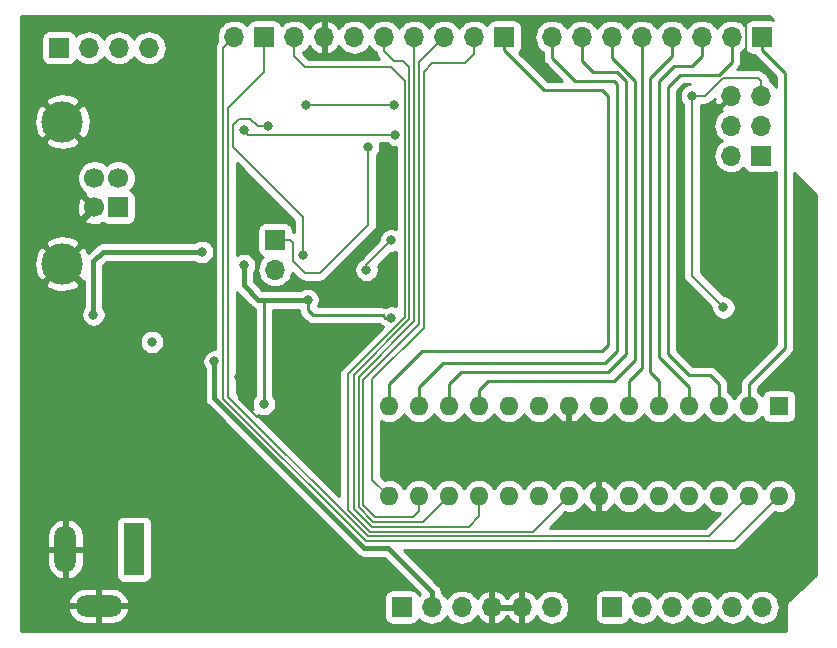
<source format=gbr>
G04 #@! TF.GenerationSoftware,KiCad,Pcbnew,(5.1.4-0-10_14)*
G04 #@! TF.CreationDate,2020-06-11T20:45:34+02:00*
G04 #@! TF.ProjectId,zArduino,7a417264-7569-46e6-9f2e-6b696361645f,rev?*
G04 #@! TF.SameCoordinates,Original*
G04 #@! TF.FileFunction,Copper,L2,Bot*
G04 #@! TF.FilePolarity,Positive*
%FSLAX46Y46*%
G04 Gerber Fmt 4.6, Leading zero omitted, Abs format (unit mm)*
G04 Created by KiCad (PCBNEW (5.1.4-0-10_14)) date 2020-06-11 20:45:34*
%MOMM*%
%LPD*%
G04 APERTURE LIST*
%ADD10R,1.700000X1.700000*%
%ADD11O,1.700000X1.700000*%
%ADD12C,1.700000*%
%ADD13C,3.500000*%
%ADD14R,1.600000X1.600000*%
%ADD15O,1.600000X1.600000*%
%ADD16O,4.000000X1.800000*%
%ADD17O,1.800000X4.000000*%
%ADD18R,1.800000X4.400000*%
%ADD19C,0.800000*%
%ADD20C,0.254000*%
%ADD21C,0.203200*%
%ADD22C,0.381000*%
G04 APERTURE END LIST*
D10*
X182372000Y-85852000D03*
D11*
X179832000Y-85852000D03*
X182372000Y-83312000D03*
X179832000Y-83312000D03*
X182372000Y-80772000D03*
X179832000Y-80772000D03*
X164668200Y-75793600D03*
X167208200Y-75793600D03*
X169748200Y-75793600D03*
X172288200Y-75793600D03*
X174828200Y-75793600D03*
X177368200Y-75793600D03*
X179908200Y-75793600D03*
D10*
X182448200Y-75793600D03*
X160629600Y-75793600D03*
D11*
X158089600Y-75793600D03*
X155549600Y-75793600D03*
X153009600Y-75793600D03*
X150469600Y-75793600D03*
X147929600Y-75793600D03*
X145389600Y-75793600D03*
X142849600Y-75793600D03*
D10*
X127939800Y-90220800D03*
D12*
X127939800Y-87720800D03*
X125939800Y-87720800D03*
X125939800Y-90220800D03*
D13*
X123229800Y-94990800D03*
X123229800Y-82950800D03*
D10*
X122936000Y-76708000D03*
D11*
X125476000Y-76708000D03*
X128016000Y-76708000D03*
X130556000Y-76708000D03*
D10*
X151968200Y-124053600D03*
D11*
X154508200Y-124053600D03*
X157048200Y-124053600D03*
X159588200Y-124053600D03*
X162128200Y-124053600D03*
X164668200Y-124053600D03*
X182473600Y-124053600D03*
X179933600Y-124053600D03*
X177393600Y-124053600D03*
X174853600Y-124053600D03*
X172313600Y-124053600D03*
D10*
X169773600Y-124053600D03*
X141224000Y-92964000D03*
D11*
X141224000Y-95504000D03*
D14*
X183896000Y-107035600D03*
D15*
X150876000Y-114655600D03*
X181356000Y-107035600D03*
X153416000Y-114655600D03*
X178816000Y-107035600D03*
X155956000Y-114655600D03*
X176276000Y-107035600D03*
X158496000Y-114655600D03*
X173736000Y-107035600D03*
X161036000Y-114655600D03*
X171196000Y-107035600D03*
X163576000Y-114655600D03*
X168656000Y-107035600D03*
X166116000Y-114655600D03*
X166116000Y-107035600D03*
X168656000Y-114655600D03*
X163576000Y-107035600D03*
X171196000Y-114655600D03*
X161036000Y-107035600D03*
X173736000Y-114655600D03*
X158496000Y-107035600D03*
X176276000Y-114655600D03*
X155956000Y-107035600D03*
X178816000Y-114655600D03*
X153416000Y-107035600D03*
X181356000Y-114655600D03*
X150876000Y-107035600D03*
X183896000Y-114655600D03*
D10*
X140309600Y-75793600D03*
D11*
X137769600Y-75793600D03*
D16*
X126286000Y-123951400D03*
D17*
X123486000Y-119151400D03*
D18*
X129286000Y-119151400D03*
D19*
X128270000Y-95758000D03*
X134366000Y-97028000D03*
X125222000Y-101600000D03*
X120650000Y-105156000D03*
X121666000Y-105156000D03*
X124714000Y-105156000D03*
X120650000Y-113284000D03*
X121666000Y-113284000D03*
X120650000Y-114300000D03*
X121666000Y-114300000D03*
X126746000Y-113284000D03*
X181864000Y-92710000D03*
X183134000Y-101092000D03*
X171958000Y-111252000D03*
X132842000Y-103124000D03*
X139954000Y-90586000D03*
X138938000Y-92710000D03*
X144018000Y-101092000D03*
X141732000Y-101854000D03*
X135393000Y-85841000D03*
X141732000Y-101854000D03*
X138176000Y-104556000D03*
X181102000Y-78232000D03*
X143983000Y-98044000D03*
X140284200Y-106857800D03*
X138582400Y-95097600D03*
X135026400Y-93980000D03*
X125845600Y-99300000D03*
X151079200Y-99542600D03*
X130810000Y-101600000D03*
X136093200Y-103251000D03*
X151053800Y-93014800D03*
X148971000Y-95504000D03*
X176530000Y-80772000D03*
X179197000Y-98679000D03*
X149098000Y-85090000D03*
X143586200Y-94259400D03*
X140670000Y-83365999D03*
X143865600Y-81508600D03*
X151282400Y-81508600D03*
X138582400Y-83667600D03*
X151415801Y-84067599D03*
D20*
X138938000Y-91602000D02*
X138938000Y-92710000D01*
X139954000Y-90586000D02*
X138938000Y-91602000D01*
X144018000Y-101092000D02*
X142240000Y-101092000D01*
X141732000Y-101600000D02*
X141732000Y-101854000D01*
X142240000Y-101092000D02*
X141732000Y-101600000D01*
X141732000Y-101854000D02*
X141732000Y-101854000D01*
X141732000Y-101854000D02*
X141732000Y-104140000D01*
X141732000Y-104140000D02*
X141732000Y-104648000D01*
X141732000Y-104648000D02*
X142748000Y-105664000D01*
D21*
X141732000Y-101854000D02*
X141732000Y-105156000D01*
X141732000Y-105156000D02*
X141986000Y-105410000D01*
X141986000Y-105410000D02*
X141986000Y-107442000D01*
X141986000Y-107442000D02*
X141478000Y-107950000D01*
X141478000Y-107950000D02*
X139700000Y-107950000D01*
X139700000Y-107950000D02*
X138176000Y-106426000D01*
X138176000Y-106426000D02*
X138176000Y-104556000D01*
X181102000Y-78232000D02*
X181102000Y-75283030D01*
X181102000Y-75283030D02*
X181102000Y-74168000D01*
X178982001Y-81621999D02*
X178474001Y-81621999D01*
X178474001Y-81621999D02*
X178308000Y-81788000D01*
D22*
X178982001Y-81621999D02*
X178601001Y-81621999D01*
X178982001Y-81621999D02*
X179832000Y-80772000D01*
D20*
X143983000Y-98044000D02*
X143417315Y-98044000D01*
D22*
X139801600Y-98044000D02*
X138582400Y-96824800D01*
X138582400Y-96824800D02*
X138582400Y-95097600D01*
X135026400Y-93980000D02*
X126669800Y-93980000D01*
X126669800Y-93980000D02*
X125857000Y-94792800D01*
X125857000Y-99288600D02*
X125845600Y-99300000D01*
X125857000Y-94792800D02*
X125857000Y-99288600D01*
D20*
X150513515Y-99542600D02*
X150335715Y-99364800D01*
X151079200Y-99542600D02*
X150513515Y-99542600D01*
X150335715Y-99364800D02*
X144449800Y-99364800D01*
X143983000Y-98898000D02*
X143983000Y-98044000D01*
X144449800Y-99364800D02*
X143983000Y-98898000D01*
X140284200Y-98120200D02*
X140360400Y-98044000D01*
X140284200Y-106857800D02*
X140284200Y-98120200D01*
D22*
X140360400Y-98044000D02*
X139801600Y-98044000D01*
X143983000Y-98044000D02*
X140360400Y-98044000D01*
X136102127Y-103259927D02*
X136093200Y-103251000D01*
X136102127Y-106375200D02*
X136102127Y-103259927D01*
X154508200Y-124053600D02*
X154508200Y-122758200D01*
X148802127Y-119075200D02*
X136102127Y-106375200D01*
X150825200Y-119075200D02*
X148802127Y-119075200D01*
X154508200Y-122758200D02*
X150825200Y-119075200D01*
D21*
X148971000Y-95097600D02*
X148971000Y-95504000D01*
X151053800Y-93014800D02*
X148971000Y-95097600D01*
X177644146Y-80772000D02*
X179168146Y-79248000D01*
X176530000Y-80772000D02*
X177644146Y-80772000D01*
X179168146Y-79248000D02*
X182118000Y-79248000D01*
X182372000Y-79502000D02*
X182372000Y-80772000D01*
X182118000Y-79248000D02*
X182372000Y-79502000D01*
X176530000Y-80772000D02*
X176530000Y-96012000D01*
X176530000Y-96012000D02*
X179197000Y-98679000D01*
X163102970Y-117668630D02*
X149231955Y-117668630D01*
X149231955Y-117668630D02*
X147396200Y-115832875D01*
X166116000Y-114655600D02*
X163102970Y-117668630D01*
X147396200Y-104320351D02*
X152196800Y-99519751D01*
X147396200Y-115832875D02*
X147396200Y-104320351D01*
X152196800Y-99519751D02*
X152196800Y-79527400D01*
X152196800Y-79527400D02*
X151028400Y-78359000D01*
X151028400Y-78359000D02*
X143789400Y-78359000D01*
X142849600Y-77419200D02*
X142849600Y-75793600D01*
X143789400Y-78359000D02*
X142849600Y-77419200D01*
X136919601Y-76643599D02*
X137769600Y-75793600D01*
X136858390Y-76704810D02*
X136919601Y-76643599D01*
X136858390Y-106435515D02*
X136858390Y-76704810D01*
X148897925Y-118475050D02*
X136858390Y-106435515D01*
X180076550Y-118475050D02*
X148897925Y-118475050D01*
X183896000Y-114655600D02*
X180076550Y-118475050D01*
X149064940Y-118071840D02*
X137261600Y-106268500D01*
X177939760Y-118071840D02*
X149064940Y-118071840D01*
X181356000Y-114655600D02*
X177939760Y-118071840D01*
X137261600Y-106268500D02*
X137261600Y-81813400D01*
X140309600Y-78765400D02*
X140309600Y-75793600D01*
X137261600Y-81813400D02*
X140309600Y-78765400D01*
X150469600Y-76995681D02*
X151299519Y-77825600D01*
X150469600Y-75793600D02*
X150469600Y-76995681D01*
X152069800Y-77825600D02*
X152606390Y-78362190D01*
X151299519Y-77825600D02*
X152069800Y-77825600D01*
X147910580Y-115777030D02*
X149398970Y-117265420D01*
X149398970Y-117265420D02*
X157613380Y-117265420D01*
X147910580Y-104376195D02*
X147910580Y-115777030D01*
X152606390Y-99680386D02*
X147910580Y-104376195D01*
X152606390Y-78362190D02*
X152606390Y-99680386D01*
X157613380Y-117265420D02*
X158521400Y-116357400D01*
X158496000Y-116332000D02*
X158496000Y-114655600D01*
X158521400Y-116357400D02*
X158496000Y-116332000D01*
X153009600Y-75793600D02*
X153009600Y-99847400D01*
X155156001Y-115455599D02*
X155956000Y-114655600D01*
X153749390Y-116862210D02*
X155156001Y-115455599D01*
X149565985Y-116862210D02*
X153749390Y-116862210D01*
X148313790Y-115610015D02*
X149565985Y-116862210D01*
X148313790Y-104543210D02*
X148313790Y-115610015D01*
X153009600Y-99847400D02*
X148313790Y-104543210D01*
D20*
X153416000Y-105410000D02*
X153416000Y-107035600D01*
X170180000Y-102362000D02*
X169164000Y-103378000D01*
X170180000Y-79756000D02*
X170180000Y-102362000D01*
X155448000Y-103378000D02*
X153416000Y-105410000D01*
X169926000Y-79502000D02*
X170180000Y-79756000D01*
X169164000Y-103378000D02*
X155448000Y-103378000D01*
X166624000Y-79502000D02*
X169926000Y-79502000D01*
X164668200Y-77546200D02*
X166624000Y-79502000D01*
X164668200Y-75793600D02*
X164668200Y-77546200D01*
X155956000Y-105156000D02*
X155956000Y-107035600D01*
X170942000Y-102616000D02*
X169418000Y-104140000D01*
X170942000Y-79502000D02*
X170942000Y-102616000D01*
X169418000Y-104140000D02*
X156972000Y-104140000D01*
X170180000Y-78740000D02*
X170942000Y-79502000D01*
X168148000Y-78740000D02*
X170180000Y-78740000D01*
X156972000Y-104140000D02*
X155956000Y-105156000D01*
X167208200Y-77800200D02*
X168148000Y-78740000D01*
X167208200Y-75793600D02*
X167208200Y-77800200D01*
X158496000Y-105664000D02*
X158496000Y-107035600D01*
X169748200Y-77546200D02*
X171704000Y-79502000D01*
X169926000Y-104902000D02*
X159258000Y-104902000D01*
X159258000Y-104902000D02*
X158496000Y-105664000D01*
X171704000Y-103124000D02*
X169926000Y-104902000D01*
X171704000Y-79502000D02*
X171704000Y-103124000D01*
X169748200Y-75793600D02*
X169748200Y-77546200D01*
X171196000Y-104902000D02*
X171196000Y-107035600D01*
X172288200Y-103809800D02*
X171196000Y-104902000D01*
X172288200Y-75793600D02*
X172288200Y-103809800D01*
X172974000Y-104140000D02*
X173736000Y-104902000D01*
X173736000Y-104902000D02*
X173736000Y-107035600D01*
X172974000Y-79248000D02*
X172974000Y-104140000D01*
X174828200Y-77393800D02*
X172974000Y-79248000D01*
X174828200Y-75793600D02*
X174828200Y-77393800D01*
X176276000Y-105410000D02*
X176276000Y-107035600D01*
X173736000Y-102870000D02*
X176276000Y-105410000D01*
X173736000Y-79502000D02*
X173736000Y-102870000D01*
X177368200Y-75793600D02*
X177368200Y-77393800D01*
X176530000Y-78232000D02*
X175006000Y-78232000D01*
X177368200Y-77393800D02*
X176530000Y-78232000D01*
X175006000Y-78232000D02*
X173736000Y-79502000D01*
X178054000Y-104394000D02*
X178816000Y-105156000D01*
X174498000Y-80010000D02*
X174498000Y-102616000D01*
X179908200Y-75793600D02*
X179908200Y-77901800D01*
X175514000Y-78994000D02*
X174498000Y-80010000D01*
X178816000Y-105156000D02*
X178816000Y-107035600D01*
X174498000Y-102616000D02*
X176276000Y-104394000D01*
X178816000Y-78994000D02*
X175514000Y-78994000D01*
X176276000Y-104394000D02*
X178054000Y-104394000D01*
X179908200Y-77901800D02*
X178816000Y-78994000D01*
X181356000Y-105156000D02*
X181356000Y-107035600D01*
X184404000Y-78853400D02*
X184404000Y-102108000D01*
X182448200Y-76897600D02*
X184404000Y-78853400D01*
X184404000Y-102108000D02*
X181356000Y-105156000D01*
X182448200Y-75793600D02*
X182448200Y-76897600D01*
X150876000Y-105156000D02*
X150876000Y-107035600D01*
X153670000Y-102362000D02*
X150876000Y-105156000D01*
X168910000Y-102362000D02*
X153670000Y-102362000D01*
X169418000Y-80772000D02*
X169418000Y-101854000D01*
X168910000Y-80264000D02*
X169418000Y-80772000D01*
X163996000Y-80264000D02*
X168910000Y-80264000D01*
X169418000Y-101854000D02*
X168910000Y-102362000D01*
X160629600Y-76897600D02*
X163996000Y-80264000D01*
X160629600Y-75793600D02*
X160629600Y-76897600D01*
D21*
X149479000Y-113258600D02*
X149479000Y-104749600D01*
X153816020Y-78720980D02*
X154508200Y-78028800D01*
X158089600Y-77266800D02*
X158089600Y-75793600D01*
X150876000Y-114655600D02*
X149479000Y-113258600D01*
X153816020Y-100412580D02*
X153816020Y-78720980D01*
X157327600Y-78028800D02*
X158089600Y-77266800D01*
X154508200Y-78028800D02*
X157327600Y-78028800D01*
X149479000Y-104749600D02*
X153816020Y-100412580D01*
X152908000Y-116459000D02*
X153416000Y-115951000D01*
X148717000Y-115443000D02*
X149733000Y-116459000D01*
X153416000Y-115951000D02*
X153416000Y-114655600D01*
X153412810Y-100104590D02*
X148717000Y-104800400D01*
X155549600Y-75793600D02*
X153412810Y-77930390D01*
X153412810Y-77930390D02*
X153412810Y-100104590D01*
X149733000Y-116459000D02*
X152908000Y-116459000D01*
X148717000Y-104800400D02*
X148717000Y-115443000D01*
X149098000Y-85090000D02*
X149098000Y-91694000D01*
X149098000Y-91694000D02*
X145034000Y-95758000D01*
X145034000Y-95758000D02*
X143764000Y-95758000D01*
X143764000Y-95758000D02*
X142748000Y-94742000D01*
X142748000Y-94742000D02*
X142748000Y-93218000D01*
X142494000Y-92964000D02*
X141224000Y-92964000D01*
X142748000Y-93218000D02*
X142494000Y-92964000D01*
X143586200Y-94259400D02*
X143586200Y-91036790D01*
X143586200Y-91036790D02*
X137693400Y-85143990D01*
X137693400Y-85143990D02*
X137693400Y-83210400D01*
X137693400Y-83210400D02*
X138176000Y-82727800D01*
X138176000Y-82727800D02*
X139141200Y-82727800D01*
X139779399Y-83365999D02*
X140670000Y-83365999D01*
X139141200Y-82727800D02*
X139779399Y-83365999D01*
X143865600Y-81508600D02*
X151282400Y-81508600D01*
X138982399Y-84067599D02*
X151415801Y-84067599D01*
X138582400Y-83667600D02*
X138982399Y-84067599D01*
D20*
G36*
X183419828Y-74317507D02*
G01*
X183298200Y-74305528D01*
X181598200Y-74305528D01*
X181473718Y-74317788D01*
X181354020Y-74354098D01*
X181243706Y-74413063D01*
X181147015Y-74492415D01*
X181067663Y-74589106D01*
X181008698Y-74699420D01*
X180987807Y-74768287D01*
X180963334Y-74738466D01*
X180737214Y-74552894D01*
X180479234Y-74415001D01*
X180199311Y-74330087D01*
X179981150Y-74308600D01*
X179835250Y-74308600D01*
X179617089Y-74330087D01*
X179337166Y-74415001D01*
X179079186Y-74552894D01*
X178853066Y-74738466D01*
X178667494Y-74964586D01*
X178638200Y-75019391D01*
X178608906Y-74964586D01*
X178423334Y-74738466D01*
X178197214Y-74552894D01*
X177939234Y-74415001D01*
X177659311Y-74330087D01*
X177441150Y-74308600D01*
X177295250Y-74308600D01*
X177077089Y-74330087D01*
X176797166Y-74415001D01*
X176539186Y-74552894D01*
X176313066Y-74738466D01*
X176127494Y-74964586D01*
X176098200Y-75019391D01*
X176068906Y-74964586D01*
X175883334Y-74738466D01*
X175657214Y-74552894D01*
X175399234Y-74415001D01*
X175119311Y-74330087D01*
X174901150Y-74308600D01*
X174755250Y-74308600D01*
X174537089Y-74330087D01*
X174257166Y-74415001D01*
X173999186Y-74552894D01*
X173773066Y-74738466D01*
X173587494Y-74964586D01*
X173558200Y-75019391D01*
X173528906Y-74964586D01*
X173343334Y-74738466D01*
X173117214Y-74552894D01*
X172859234Y-74415001D01*
X172579311Y-74330087D01*
X172361150Y-74308600D01*
X172215250Y-74308600D01*
X171997089Y-74330087D01*
X171717166Y-74415001D01*
X171459186Y-74552894D01*
X171233066Y-74738466D01*
X171047494Y-74964586D01*
X171018200Y-75019391D01*
X170988906Y-74964586D01*
X170803334Y-74738466D01*
X170577214Y-74552894D01*
X170319234Y-74415001D01*
X170039311Y-74330087D01*
X169821150Y-74308600D01*
X169675250Y-74308600D01*
X169457089Y-74330087D01*
X169177166Y-74415001D01*
X168919186Y-74552894D01*
X168693066Y-74738466D01*
X168507494Y-74964586D01*
X168478200Y-75019391D01*
X168448906Y-74964586D01*
X168263334Y-74738466D01*
X168037214Y-74552894D01*
X167779234Y-74415001D01*
X167499311Y-74330087D01*
X167281150Y-74308600D01*
X167135250Y-74308600D01*
X166917089Y-74330087D01*
X166637166Y-74415001D01*
X166379186Y-74552894D01*
X166153066Y-74738466D01*
X165967494Y-74964586D01*
X165938200Y-75019391D01*
X165908906Y-74964586D01*
X165723334Y-74738466D01*
X165497214Y-74552894D01*
X165239234Y-74415001D01*
X164959311Y-74330087D01*
X164741150Y-74308600D01*
X164595250Y-74308600D01*
X164377089Y-74330087D01*
X164097166Y-74415001D01*
X163839186Y-74552894D01*
X163613066Y-74738466D01*
X163427494Y-74964586D01*
X163289601Y-75222566D01*
X163204687Y-75502489D01*
X163176015Y-75793600D01*
X163204687Y-76084711D01*
X163289601Y-76364634D01*
X163427494Y-76622614D01*
X163613066Y-76848734D01*
X163839186Y-77034306D01*
X163906201Y-77070126D01*
X163906201Y-77508767D01*
X163902514Y-77546200D01*
X163917227Y-77695578D01*
X163960799Y-77839215D01*
X164031555Y-77971592D01*
X164085364Y-78037158D01*
X164126779Y-78087622D01*
X164155849Y-78111479D01*
X165546369Y-79502000D01*
X164311630Y-79502000D01*
X161916301Y-77106671D01*
X161930785Y-77094785D01*
X162010137Y-76998094D01*
X162069102Y-76887780D01*
X162105412Y-76768082D01*
X162117672Y-76643600D01*
X162117672Y-74943600D01*
X162105412Y-74819118D01*
X162069102Y-74699420D01*
X162010137Y-74589106D01*
X161930785Y-74492415D01*
X161834094Y-74413063D01*
X161723780Y-74354098D01*
X161604082Y-74317788D01*
X161479600Y-74305528D01*
X159779600Y-74305528D01*
X159655118Y-74317788D01*
X159535420Y-74354098D01*
X159425106Y-74413063D01*
X159328415Y-74492415D01*
X159249063Y-74589106D01*
X159190098Y-74699420D01*
X159169207Y-74768287D01*
X159144734Y-74738466D01*
X158918614Y-74552894D01*
X158660634Y-74415001D01*
X158380711Y-74330087D01*
X158162550Y-74308600D01*
X158016650Y-74308600D01*
X157798489Y-74330087D01*
X157518566Y-74415001D01*
X157260586Y-74552894D01*
X157034466Y-74738466D01*
X156848894Y-74964586D01*
X156819600Y-75019391D01*
X156790306Y-74964586D01*
X156604734Y-74738466D01*
X156378614Y-74552894D01*
X156120634Y-74415001D01*
X155840711Y-74330087D01*
X155622550Y-74308600D01*
X155476650Y-74308600D01*
X155258489Y-74330087D01*
X154978566Y-74415001D01*
X154720586Y-74552894D01*
X154494466Y-74738466D01*
X154308894Y-74964586D01*
X154279600Y-75019391D01*
X154250306Y-74964586D01*
X154064734Y-74738466D01*
X153838614Y-74552894D01*
X153580634Y-74415001D01*
X153300711Y-74330087D01*
X153082550Y-74308600D01*
X152936650Y-74308600D01*
X152718489Y-74330087D01*
X152438566Y-74415001D01*
X152180586Y-74552894D01*
X151954466Y-74738466D01*
X151768894Y-74964586D01*
X151739600Y-75019391D01*
X151710306Y-74964586D01*
X151524734Y-74738466D01*
X151298614Y-74552894D01*
X151040634Y-74415001D01*
X150760711Y-74330087D01*
X150542550Y-74308600D01*
X150396650Y-74308600D01*
X150178489Y-74330087D01*
X149898566Y-74415001D01*
X149640586Y-74552894D01*
X149414466Y-74738466D01*
X149228894Y-74964586D01*
X149199600Y-75019391D01*
X149170306Y-74964586D01*
X148984734Y-74738466D01*
X148758614Y-74552894D01*
X148500634Y-74415001D01*
X148220711Y-74330087D01*
X148002550Y-74308600D01*
X147856650Y-74308600D01*
X147638489Y-74330087D01*
X147358566Y-74415001D01*
X147100586Y-74552894D01*
X146874466Y-74738466D01*
X146688894Y-74964586D01*
X146654399Y-75029123D01*
X146584778Y-74912245D01*
X146389869Y-74696012D01*
X146156520Y-74521959D01*
X145893699Y-74396775D01*
X145746490Y-74352124D01*
X145516600Y-74473445D01*
X145516600Y-75666600D01*
X145536600Y-75666600D01*
X145536600Y-75920600D01*
X145516600Y-75920600D01*
X145516600Y-77113755D01*
X145746490Y-77235076D01*
X145893699Y-77190425D01*
X146156520Y-77065241D01*
X146389869Y-76891188D01*
X146584778Y-76674955D01*
X146654399Y-76558077D01*
X146688894Y-76622614D01*
X146874466Y-76848734D01*
X147100586Y-77034306D01*
X147358566Y-77172199D01*
X147638489Y-77257113D01*
X147856650Y-77278600D01*
X148002550Y-77278600D01*
X148220711Y-77257113D01*
X148500634Y-77172199D01*
X148758614Y-77034306D01*
X148984734Y-76848734D01*
X149170306Y-76622614D01*
X149199600Y-76567809D01*
X149228894Y-76622614D01*
X149414466Y-76848734D01*
X149640586Y-77034306D01*
X149738390Y-77086583D01*
X149741761Y-77120808D01*
X149743540Y-77138866D01*
X149743659Y-77140079D01*
X149784527Y-77274802D01*
X149785779Y-77278930D01*
X149792872Y-77292200D01*
X149854176Y-77406893D01*
X149916110Y-77482359D01*
X149946226Y-77519056D01*
X149974332Y-77542122D01*
X150054610Y-77622400D01*
X144094510Y-77622400D01*
X143586200Y-77114091D01*
X143586200Y-77083702D01*
X143678614Y-77034306D01*
X143904734Y-76848734D01*
X144090306Y-76622614D01*
X144124801Y-76558077D01*
X144194422Y-76674955D01*
X144389331Y-76891188D01*
X144622680Y-77065241D01*
X144885501Y-77190425D01*
X145032710Y-77235076D01*
X145262600Y-77113755D01*
X145262600Y-75920600D01*
X145242600Y-75920600D01*
X145242600Y-75666600D01*
X145262600Y-75666600D01*
X145262600Y-74473445D01*
X145032710Y-74352124D01*
X144885501Y-74396775D01*
X144622680Y-74521959D01*
X144389331Y-74696012D01*
X144194422Y-74912245D01*
X144124801Y-75029123D01*
X144090306Y-74964586D01*
X143904734Y-74738466D01*
X143678614Y-74552894D01*
X143420634Y-74415001D01*
X143140711Y-74330087D01*
X142922550Y-74308600D01*
X142776650Y-74308600D01*
X142558489Y-74330087D01*
X142278566Y-74415001D01*
X142020586Y-74552894D01*
X141794466Y-74738466D01*
X141769993Y-74768287D01*
X141749102Y-74699420D01*
X141690137Y-74589106D01*
X141610785Y-74492415D01*
X141514094Y-74413063D01*
X141403780Y-74354098D01*
X141284082Y-74317788D01*
X141159600Y-74305528D01*
X139459600Y-74305528D01*
X139335118Y-74317788D01*
X139215420Y-74354098D01*
X139105106Y-74413063D01*
X139008415Y-74492415D01*
X138929063Y-74589106D01*
X138870098Y-74699420D01*
X138849207Y-74768287D01*
X138824734Y-74738466D01*
X138598614Y-74552894D01*
X138340634Y-74415001D01*
X138060711Y-74330087D01*
X137842550Y-74308600D01*
X137696650Y-74308600D01*
X137478489Y-74330087D01*
X137198566Y-74415001D01*
X136940586Y-74552894D01*
X136714466Y-74738466D01*
X136528894Y-74964586D01*
X136391001Y-75222566D01*
X136306087Y-75502489D01*
X136277415Y-75793600D01*
X136306087Y-76084711D01*
X136335346Y-76181164D01*
X136335016Y-76181435D01*
X136311950Y-76209541D01*
X136311948Y-76209543D01*
X136242966Y-76293598D01*
X136174568Y-76421563D01*
X136166173Y-76449239D01*
X136138381Y-76540858D01*
X136132449Y-76560412D01*
X136118226Y-76704810D01*
X136121791Y-76741003D01*
X136121790Y-102216000D01*
X135991261Y-102216000D01*
X135791302Y-102255774D01*
X135602944Y-102333795D01*
X135433426Y-102447063D01*
X135289263Y-102591226D01*
X135175995Y-102760744D01*
X135097974Y-102949102D01*
X135058200Y-103149061D01*
X135058200Y-103352939D01*
X135097974Y-103552898D01*
X135175995Y-103741256D01*
X135276628Y-103891864D01*
X135276627Y-106334649D01*
X135272633Y-106375200D01*
X135276627Y-106415750D01*
X135276627Y-106415752D01*
X135288571Y-106537025D01*
X135331855Y-106679713D01*
X135335774Y-106692633D01*
X135412428Y-106836042D01*
X135421198Y-106846728D01*
X135515586Y-106961741D01*
X135547093Y-106987598D01*
X148189734Y-119630240D01*
X148215586Y-119661741D01*
X148279723Y-119714377D01*
X148341284Y-119764899D01*
X148391238Y-119791599D01*
X148484693Y-119841553D01*
X148640301Y-119888756D01*
X148761574Y-119900700D01*
X148761576Y-119900700D01*
X148802126Y-119904694D01*
X148842677Y-119900700D01*
X150483268Y-119900700D01*
X153523351Y-122940785D01*
X153453066Y-122998466D01*
X153428593Y-123028287D01*
X153407702Y-122959420D01*
X153348737Y-122849106D01*
X153269385Y-122752415D01*
X153172694Y-122673063D01*
X153062380Y-122614098D01*
X152942682Y-122577788D01*
X152818200Y-122565528D01*
X151118200Y-122565528D01*
X150993718Y-122577788D01*
X150874020Y-122614098D01*
X150763706Y-122673063D01*
X150667015Y-122752415D01*
X150587663Y-122849106D01*
X150528698Y-122959420D01*
X150492388Y-123079118D01*
X150480128Y-123203600D01*
X150480128Y-124903600D01*
X150492388Y-125028082D01*
X150528698Y-125147780D01*
X150587663Y-125258094D01*
X150667015Y-125354785D01*
X150763706Y-125434137D01*
X150874020Y-125493102D01*
X150993718Y-125529412D01*
X151118200Y-125541672D01*
X152818200Y-125541672D01*
X152942682Y-125529412D01*
X153062380Y-125493102D01*
X153172694Y-125434137D01*
X153269385Y-125354785D01*
X153348737Y-125258094D01*
X153407702Y-125147780D01*
X153428593Y-125078913D01*
X153453066Y-125108734D01*
X153679186Y-125294306D01*
X153937166Y-125432199D01*
X154217089Y-125517113D01*
X154435250Y-125538600D01*
X154581150Y-125538600D01*
X154799311Y-125517113D01*
X155079234Y-125432199D01*
X155337214Y-125294306D01*
X155563334Y-125108734D01*
X155748906Y-124882614D01*
X155778200Y-124827809D01*
X155807494Y-124882614D01*
X155993066Y-125108734D01*
X156219186Y-125294306D01*
X156477166Y-125432199D01*
X156757089Y-125517113D01*
X156975250Y-125538600D01*
X157121150Y-125538600D01*
X157339311Y-125517113D01*
X157619234Y-125432199D01*
X157877214Y-125294306D01*
X158103334Y-125108734D01*
X158288906Y-124882614D01*
X158323401Y-124818077D01*
X158393022Y-124934955D01*
X158587931Y-125151188D01*
X158821280Y-125325241D01*
X159084101Y-125450425D01*
X159231310Y-125495076D01*
X159461200Y-125373755D01*
X159461200Y-124180600D01*
X159715200Y-124180600D01*
X159715200Y-125373755D01*
X159945090Y-125495076D01*
X160092299Y-125450425D01*
X160355120Y-125325241D01*
X160588469Y-125151188D01*
X160783378Y-124934955D01*
X160858200Y-124809345D01*
X160933022Y-124934955D01*
X161127931Y-125151188D01*
X161361280Y-125325241D01*
X161624101Y-125450425D01*
X161771310Y-125495076D01*
X162001200Y-125373755D01*
X162001200Y-124180600D01*
X159715200Y-124180600D01*
X159461200Y-124180600D01*
X159441200Y-124180600D01*
X159441200Y-123926600D01*
X159461200Y-123926600D01*
X159461200Y-122733445D01*
X159715200Y-122733445D01*
X159715200Y-123926600D01*
X162001200Y-123926600D01*
X162001200Y-122733445D01*
X162255200Y-122733445D01*
X162255200Y-123926600D01*
X162275200Y-123926600D01*
X162275200Y-124180600D01*
X162255200Y-124180600D01*
X162255200Y-125373755D01*
X162485090Y-125495076D01*
X162632299Y-125450425D01*
X162895120Y-125325241D01*
X163128469Y-125151188D01*
X163323378Y-124934955D01*
X163392999Y-124818077D01*
X163427494Y-124882614D01*
X163613066Y-125108734D01*
X163839186Y-125294306D01*
X164097166Y-125432199D01*
X164377089Y-125517113D01*
X164595250Y-125538600D01*
X164741150Y-125538600D01*
X164959311Y-125517113D01*
X165239234Y-125432199D01*
X165497214Y-125294306D01*
X165723334Y-125108734D01*
X165908906Y-124882614D01*
X166046799Y-124624634D01*
X166131713Y-124344711D01*
X166160385Y-124053600D01*
X166131713Y-123762489D01*
X166046799Y-123482566D01*
X165908906Y-123224586D01*
X165891684Y-123203600D01*
X168285528Y-123203600D01*
X168285528Y-124903600D01*
X168297788Y-125028082D01*
X168334098Y-125147780D01*
X168393063Y-125258094D01*
X168472415Y-125354785D01*
X168569106Y-125434137D01*
X168679420Y-125493102D01*
X168799118Y-125529412D01*
X168923600Y-125541672D01*
X170623600Y-125541672D01*
X170748082Y-125529412D01*
X170867780Y-125493102D01*
X170978094Y-125434137D01*
X171074785Y-125354785D01*
X171154137Y-125258094D01*
X171213102Y-125147780D01*
X171233993Y-125078913D01*
X171258466Y-125108734D01*
X171484586Y-125294306D01*
X171742566Y-125432199D01*
X172022489Y-125517113D01*
X172240650Y-125538600D01*
X172386550Y-125538600D01*
X172604711Y-125517113D01*
X172884634Y-125432199D01*
X173142614Y-125294306D01*
X173368734Y-125108734D01*
X173554306Y-124882614D01*
X173583600Y-124827809D01*
X173612894Y-124882614D01*
X173798466Y-125108734D01*
X174024586Y-125294306D01*
X174282566Y-125432199D01*
X174562489Y-125517113D01*
X174780650Y-125538600D01*
X174926550Y-125538600D01*
X175144711Y-125517113D01*
X175424634Y-125432199D01*
X175682614Y-125294306D01*
X175908734Y-125108734D01*
X176094306Y-124882614D01*
X176123600Y-124827809D01*
X176152894Y-124882614D01*
X176338466Y-125108734D01*
X176564586Y-125294306D01*
X176822566Y-125432199D01*
X177102489Y-125517113D01*
X177320650Y-125538600D01*
X177466550Y-125538600D01*
X177684711Y-125517113D01*
X177964634Y-125432199D01*
X178222614Y-125294306D01*
X178448734Y-125108734D01*
X178634306Y-124882614D01*
X178663600Y-124827809D01*
X178692894Y-124882614D01*
X178878466Y-125108734D01*
X179104586Y-125294306D01*
X179362566Y-125432199D01*
X179642489Y-125517113D01*
X179860650Y-125538600D01*
X180006550Y-125538600D01*
X180224711Y-125517113D01*
X180504634Y-125432199D01*
X180762614Y-125294306D01*
X180988734Y-125108734D01*
X181174306Y-124882614D01*
X181203600Y-124827809D01*
X181232894Y-124882614D01*
X181418466Y-125108734D01*
X181644586Y-125294306D01*
X181902566Y-125432199D01*
X182182489Y-125517113D01*
X182400650Y-125538600D01*
X182546550Y-125538600D01*
X182764711Y-125517113D01*
X183044634Y-125432199D01*
X183302614Y-125294306D01*
X183528734Y-125108734D01*
X183714306Y-124882614D01*
X183852199Y-124624634D01*
X183937113Y-124344711D01*
X183965785Y-124053600D01*
X183937113Y-123762489D01*
X183852199Y-123482566D01*
X183714306Y-123224586D01*
X183528734Y-122998466D01*
X183302614Y-122812894D01*
X183044634Y-122675001D01*
X182764711Y-122590087D01*
X182546550Y-122568600D01*
X182400650Y-122568600D01*
X182182489Y-122590087D01*
X181902566Y-122675001D01*
X181644586Y-122812894D01*
X181418466Y-122998466D01*
X181232894Y-123224586D01*
X181203600Y-123279391D01*
X181174306Y-123224586D01*
X180988734Y-122998466D01*
X180762614Y-122812894D01*
X180504634Y-122675001D01*
X180224711Y-122590087D01*
X180006550Y-122568600D01*
X179860650Y-122568600D01*
X179642489Y-122590087D01*
X179362566Y-122675001D01*
X179104586Y-122812894D01*
X178878466Y-122998466D01*
X178692894Y-123224586D01*
X178663600Y-123279391D01*
X178634306Y-123224586D01*
X178448734Y-122998466D01*
X178222614Y-122812894D01*
X177964634Y-122675001D01*
X177684711Y-122590087D01*
X177466550Y-122568600D01*
X177320650Y-122568600D01*
X177102489Y-122590087D01*
X176822566Y-122675001D01*
X176564586Y-122812894D01*
X176338466Y-122998466D01*
X176152894Y-123224586D01*
X176123600Y-123279391D01*
X176094306Y-123224586D01*
X175908734Y-122998466D01*
X175682614Y-122812894D01*
X175424634Y-122675001D01*
X175144711Y-122590087D01*
X174926550Y-122568600D01*
X174780650Y-122568600D01*
X174562489Y-122590087D01*
X174282566Y-122675001D01*
X174024586Y-122812894D01*
X173798466Y-122998466D01*
X173612894Y-123224586D01*
X173583600Y-123279391D01*
X173554306Y-123224586D01*
X173368734Y-122998466D01*
X173142614Y-122812894D01*
X172884634Y-122675001D01*
X172604711Y-122590087D01*
X172386550Y-122568600D01*
X172240650Y-122568600D01*
X172022489Y-122590087D01*
X171742566Y-122675001D01*
X171484586Y-122812894D01*
X171258466Y-122998466D01*
X171233993Y-123028287D01*
X171213102Y-122959420D01*
X171154137Y-122849106D01*
X171074785Y-122752415D01*
X170978094Y-122673063D01*
X170867780Y-122614098D01*
X170748082Y-122577788D01*
X170623600Y-122565528D01*
X168923600Y-122565528D01*
X168799118Y-122577788D01*
X168679420Y-122614098D01*
X168569106Y-122673063D01*
X168472415Y-122752415D01*
X168393063Y-122849106D01*
X168334098Y-122959420D01*
X168297788Y-123079118D01*
X168285528Y-123203600D01*
X165891684Y-123203600D01*
X165723334Y-122998466D01*
X165497214Y-122812894D01*
X165239234Y-122675001D01*
X164959311Y-122590087D01*
X164741150Y-122568600D01*
X164595250Y-122568600D01*
X164377089Y-122590087D01*
X164097166Y-122675001D01*
X163839186Y-122812894D01*
X163613066Y-122998466D01*
X163427494Y-123224586D01*
X163392999Y-123289123D01*
X163323378Y-123172245D01*
X163128469Y-122956012D01*
X162895120Y-122781959D01*
X162632299Y-122656775D01*
X162485090Y-122612124D01*
X162255200Y-122733445D01*
X162001200Y-122733445D01*
X161771310Y-122612124D01*
X161624101Y-122656775D01*
X161361280Y-122781959D01*
X161127931Y-122956012D01*
X160933022Y-123172245D01*
X160858200Y-123297855D01*
X160783378Y-123172245D01*
X160588469Y-122956012D01*
X160355120Y-122781959D01*
X160092299Y-122656775D01*
X159945090Y-122612124D01*
X159715200Y-122733445D01*
X159461200Y-122733445D01*
X159231310Y-122612124D01*
X159084101Y-122656775D01*
X158821280Y-122781959D01*
X158587931Y-122956012D01*
X158393022Y-123172245D01*
X158323401Y-123289123D01*
X158288906Y-123224586D01*
X158103334Y-122998466D01*
X157877214Y-122812894D01*
X157619234Y-122675001D01*
X157339311Y-122590087D01*
X157121150Y-122568600D01*
X156975250Y-122568600D01*
X156757089Y-122590087D01*
X156477166Y-122675001D01*
X156219186Y-122812894D01*
X155993066Y-122998466D01*
X155807494Y-123224586D01*
X155778200Y-123279391D01*
X155748906Y-123224586D01*
X155563334Y-122998466D01*
X155337214Y-122812894D01*
X155333700Y-122811016D01*
X155333700Y-122798750D01*
X155337694Y-122758200D01*
X155333700Y-122717647D01*
X155321756Y-122596374D01*
X155274553Y-122440766D01*
X155261529Y-122416400D01*
X155197899Y-122297357D01*
X155120592Y-122203158D01*
X155120589Y-122203155D01*
X155094741Y-122171659D01*
X155063245Y-122145811D01*
X152129082Y-119211650D01*
X180040367Y-119211650D01*
X180076550Y-119215214D01*
X180112733Y-119211650D01*
X180112736Y-119211650D01*
X180220949Y-119200992D01*
X180359799Y-119158872D01*
X180487763Y-119090474D01*
X180599925Y-118998425D01*
X180622996Y-118970313D01*
X183544704Y-116048606D01*
X183614691Y-116069836D01*
X183825508Y-116090600D01*
X183966492Y-116090600D01*
X184177309Y-116069836D01*
X184447808Y-115987782D01*
X184697101Y-115854532D01*
X184915608Y-115675208D01*
X185094932Y-115456701D01*
X185228182Y-115207408D01*
X185310236Y-114936909D01*
X185337943Y-114655600D01*
X185310236Y-114374291D01*
X185228182Y-114103792D01*
X185094932Y-113854499D01*
X184915608Y-113635992D01*
X184697101Y-113456668D01*
X184447808Y-113323418D01*
X184177309Y-113241364D01*
X183966492Y-113220600D01*
X183825508Y-113220600D01*
X183614691Y-113241364D01*
X183344192Y-113323418D01*
X183094899Y-113456668D01*
X182876392Y-113635992D01*
X182697068Y-113854499D01*
X182626000Y-113987458D01*
X182554932Y-113854499D01*
X182375608Y-113635992D01*
X182157101Y-113456668D01*
X181907808Y-113323418D01*
X181637309Y-113241364D01*
X181426492Y-113220600D01*
X181285508Y-113220600D01*
X181074691Y-113241364D01*
X180804192Y-113323418D01*
X180554899Y-113456668D01*
X180336392Y-113635992D01*
X180157068Y-113854499D01*
X180086000Y-113987458D01*
X180014932Y-113854499D01*
X179835608Y-113635992D01*
X179617101Y-113456668D01*
X179367808Y-113323418D01*
X179097309Y-113241364D01*
X178886492Y-113220600D01*
X178745508Y-113220600D01*
X178534691Y-113241364D01*
X178264192Y-113323418D01*
X178014899Y-113456668D01*
X177796392Y-113635992D01*
X177617068Y-113854499D01*
X177546000Y-113987458D01*
X177474932Y-113854499D01*
X177295608Y-113635992D01*
X177077101Y-113456668D01*
X176827808Y-113323418D01*
X176557309Y-113241364D01*
X176346492Y-113220600D01*
X176205508Y-113220600D01*
X175994691Y-113241364D01*
X175724192Y-113323418D01*
X175474899Y-113456668D01*
X175256392Y-113635992D01*
X175077068Y-113854499D01*
X175006000Y-113987458D01*
X174934932Y-113854499D01*
X174755608Y-113635992D01*
X174537101Y-113456668D01*
X174287808Y-113323418D01*
X174017309Y-113241364D01*
X173806492Y-113220600D01*
X173665508Y-113220600D01*
X173454691Y-113241364D01*
X173184192Y-113323418D01*
X172934899Y-113456668D01*
X172716392Y-113635992D01*
X172537068Y-113854499D01*
X172466000Y-113987458D01*
X172394932Y-113854499D01*
X172215608Y-113635992D01*
X171997101Y-113456668D01*
X171747808Y-113323418D01*
X171477309Y-113241364D01*
X171266492Y-113220600D01*
X171125508Y-113220600D01*
X170914691Y-113241364D01*
X170644192Y-113323418D01*
X170394899Y-113456668D01*
X170176392Y-113635992D01*
X169997068Y-113854499D01*
X169923421Y-113992282D01*
X169808385Y-113800469D01*
X169619414Y-113592081D01*
X169393420Y-113424563D01*
X169139087Y-113304354D01*
X169005039Y-113263696D01*
X168783000Y-113385685D01*
X168783000Y-114528600D01*
X168803000Y-114528600D01*
X168803000Y-114782600D01*
X168783000Y-114782600D01*
X168783000Y-115925515D01*
X169005039Y-116047504D01*
X169139087Y-116006846D01*
X169393420Y-115886637D01*
X169619414Y-115719119D01*
X169808385Y-115510731D01*
X169923421Y-115318918D01*
X169997068Y-115456701D01*
X170176392Y-115675208D01*
X170394899Y-115854532D01*
X170644192Y-115987782D01*
X170914691Y-116069836D01*
X171125508Y-116090600D01*
X171266492Y-116090600D01*
X171477309Y-116069836D01*
X171747808Y-115987782D01*
X171997101Y-115854532D01*
X172215608Y-115675208D01*
X172394932Y-115456701D01*
X172466000Y-115323742D01*
X172537068Y-115456701D01*
X172716392Y-115675208D01*
X172934899Y-115854532D01*
X173184192Y-115987782D01*
X173454691Y-116069836D01*
X173665508Y-116090600D01*
X173806492Y-116090600D01*
X174017309Y-116069836D01*
X174287808Y-115987782D01*
X174537101Y-115854532D01*
X174755608Y-115675208D01*
X174934932Y-115456701D01*
X175006000Y-115323742D01*
X175077068Y-115456701D01*
X175256392Y-115675208D01*
X175474899Y-115854532D01*
X175724192Y-115987782D01*
X175994691Y-116069836D01*
X176205508Y-116090600D01*
X176346492Y-116090600D01*
X176557309Y-116069836D01*
X176827808Y-115987782D01*
X177077101Y-115854532D01*
X177295608Y-115675208D01*
X177474932Y-115456701D01*
X177546000Y-115323742D01*
X177617068Y-115456701D01*
X177796392Y-115675208D01*
X178014899Y-115854532D01*
X178264192Y-115987782D01*
X178534691Y-116069836D01*
X178745508Y-116090600D01*
X178879291Y-116090600D01*
X177634651Y-117335240D01*
X164478069Y-117335240D01*
X165764704Y-116048606D01*
X165834691Y-116069836D01*
X166045508Y-116090600D01*
X166186492Y-116090600D01*
X166397309Y-116069836D01*
X166667808Y-115987782D01*
X166917101Y-115854532D01*
X167135608Y-115675208D01*
X167314932Y-115456701D01*
X167388579Y-115318918D01*
X167503615Y-115510731D01*
X167692586Y-115719119D01*
X167918580Y-115886637D01*
X168172913Y-116006846D01*
X168306961Y-116047504D01*
X168529000Y-115925515D01*
X168529000Y-114782600D01*
X168509000Y-114782600D01*
X168509000Y-114528600D01*
X168529000Y-114528600D01*
X168529000Y-113385685D01*
X168306961Y-113263696D01*
X168172913Y-113304354D01*
X167918580Y-113424563D01*
X167692586Y-113592081D01*
X167503615Y-113800469D01*
X167388579Y-113992282D01*
X167314932Y-113854499D01*
X167135608Y-113635992D01*
X166917101Y-113456668D01*
X166667808Y-113323418D01*
X166397309Y-113241364D01*
X166186492Y-113220600D01*
X166045508Y-113220600D01*
X165834691Y-113241364D01*
X165564192Y-113323418D01*
X165314899Y-113456668D01*
X165096392Y-113635992D01*
X164917068Y-113854499D01*
X164846000Y-113987458D01*
X164774932Y-113854499D01*
X164595608Y-113635992D01*
X164377101Y-113456668D01*
X164127808Y-113323418D01*
X163857309Y-113241364D01*
X163646492Y-113220600D01*
X163505508Y-113220600D01*
X163294691Y-113241364D01*
X163024192Y-113323418D01*
X162774899Y-113456668D01*
X162556392Y-113635992D01*
X162377068Y-113854499D01*
X162306000Y-113987458D01*
X162234932Y-113854499D01*
X162055608Y-113635992D01*
X161837101Y-113456668D01*
X161587808Y-113323418D01*
X161317309Y-113241364D01*
X161106492Y-113220600D01*
X160965508Y-113220600D01*
X160754691Y-113241364D01*
X160484192Y-113323418D01*
X160234899Y-113456668D01*
X160016392Y-113635992D01*
X159837068Y-113854499D01*
X159766000Y-113987458D01*
X159694932Y-113854499D01*
X159515608Y-113635992D01*
X159297101Y-113456668D01*
X159047808Y-113323418D01*
X158777309Y-113241364D01*
X158566492Y-113220600D01*
X158425508Y-113220600D01*
X158214691Y-113241364D01*
X157944192Y-113323418D01*
X157694899Y-113456668D01*
X157476392Y-113635992D01*
X157297068Y-113854499D01*
X157226000Y-113987458D01*
X157154932Y-113854499D01*
X156975608Y-113635992D01*
X156757101Y-113456668D01*
X156507808Y-113323418D01*
X156237309Y-113241364D01*
X156026492Y-113220600D01*
X155885508Y-113220600D01*
X155674691Y-113241364D01*
X155404192Y-113323418D01*
X155154899Y-113456668D01*
X154936392Y-113635992D01*
X154757068Y-113854499D01*
X154686000Y-113987458D01*
X154614932Y-113854499D01*
X154435608Y-113635992D01*
X154217101Y-113456668D01*
X153967808Y-113323418D01*
X153697309Y-113241364D01*
X153486492Y-113220600D01*
X153345508Y-113220600D01*
X153134691Y-113241364D01*
X152864192Y-113323418D01*
X152614899Y-113456668D01*
X152396392Y-113635992D01*
X152217068Y-113854499D01*
X152146000Y-113987458D01*
X152074932Y-113854499D01*
X151895608Y-113635992D01*
X151677101Y-113456668D01*
X151427808Y-113323418D01*
X151157309Y-113241364D01*
X150946492Y-113220600D01*
X150805508Y-113220600D01*
X150594691Y-113241364D01*
X150524703Y-113262594D01*
X150215600Y-112953491D01*
X150215600Y-108309738D01*
X150324192Y-108367782D01*
X150594691Y-108449836D01*
X150805508Y-108470600D01*
X150946492Y-108470600D01*
X151157309Y-108449836D01*
X151427808Y-108367782D01*
X151677101Y-108234532D01*
X151895608Y-108055208D01*
X152074932Y-107836701D01*
X152146000Y-107703742D01*
X152217068Y-107836701D01*
X152396392Y-108055208D01*
X152614899Y-108234532D01*
X152864192Y-108367782D01*
X153134691Y-108449836D01*
X153345508Y-108470600D01*
X153486492Y-108470600D01*
X153697309Y-108449836D01*
X153967808Y-108367782D01*
X154217101Y-108234532D01*
X154435608Y-108055208D01*
X154614932Y-107836701D01*
X154686000Y-107703742D01*
X154757068Y-107836701D01*
X154936392Y-108055208D01*
X155154899Y-108234532D01*
X155404192Y-108367782D01*
X155674691Y-108449836D01*
X155885508Y-108470600D01*
X156026492Y-108470600D01*
X156237309Y-108449836D01*
X156507808Y-108367782D01*
X156757101Y-108234532D01*
X156975608Y-108055208D01*
X157154932Y-107836701D01*
X157226000Y-107703742D01*
X157297068Y-107836701D01*
X157476392Y-108055208D01*
X157694899Y-108234532D01*
X157944192Y-108367782D01*
X158214691Y-108449836D01*
X158425508Y-108470600D01*
X158566492Y-108470600D01*
X158777309Y-108449836D01*
X159047808Y-108367782D01*
X159297101Y-108234532D01*
X159515608Y-108055208D01*
X159694932Y-107836701D01*
X159766000Y-107703742D01*
X159837068Y-107836701D01*
X160016392Y-108055208D01*
X160234899Y-108234532D01*
X160484192Y-108367782D01*
X160754691Y-108449836D01*
X160965508Y-108470600D01*
X161106492Y-108470600D01*
X161317309Y-108449836D01*
X161587808Y-108367782D01*
X161837101Y-108234532D01*
X162055608Y-108055208D01*
X162234932Y-107836701D01*
X162306000Y-107703742D01*
X162377068Y-107836701D01*
X162556392Y-108055208D01*
X162774899Y-108234532D01*
X163024192Y-108367782D01*
X163294691Y-108449836D01*
X163505508Y-108470600D01*
X163646492Y-108470600D01*
X163857309Y-108449836D01*
X164127808Y-108367782D01*
X164377101Y-108234532D01*
X164595608Y-108055208D01*
X164774932Y-107836701D01*
X164848579Y-107698918D01*
X164963615Y-107890731D01*
X165152586Y-108099119D01*
X165378580Y-108266637D01*
X165632913Y-108386846D01*
X165766961Y-108427504D01*
X165989000Y-108305515D01*
X165989000Y-107162600D01*
X165969000Y-107162600D01*
X165969000Y-106908600D01*
X165989000Y-106908600D01*
X165989000Y-106888600D01*
X166243000Y-106888600D01*
X166243000Y-106908600D01*
X166263000Y-106908600D01*
X166263000Y-107162600D01*
X166243000Y-107162600D01*
X166243000Y-108305515D01*
X166465039Y-108427504D01*
X166599087Y-108386846D01*
X166853420Y-108266637D01*
X167079414Y-108099119D01*
X167268385Y-107890731D01*
X167383421Y-107698918D01*
X167457068Y-107836701D01*
X167636392Y-108055208D01*
X167854899Y-108234532D01*
X168104192Y-108367782D01*
X168374691Y-108449836D01*
X168585508Y-108470600D01*
X168726492Y-108470600D01*
X168937309Y-108449836D01*
X169207808Y-108367782D01*
X169457101Y-108234532D01*
X169675608Y-108055208D01*
X169854932Y-107836701D01*
X169926000Y-107703742D01*
X169997068Y-107836701D01*
X170176392Y-108055208D01*
X170394899Y-108234532D01*
X170644192Y-108367782D01*
X170914691Y-108449836D01*
X171125508Y-108470600D01*
X171266492Y-108470600D01*
X171477309Y-108449836D01*
X171747808Y-108367782D01*
X171997101Y-108234532D01*
X172215608Y-108055208D01*
X172394932Y-107836701D01*
X172466000Y-107703742D01*
X172537068Y-107836701D01*
X172716392Y-108055208D01*
X172934899Y-108234532D01*
X173184192Y-108367782D01*
X173454691Y-108449836D01*
X173665508Y-108470600D01*
X173806492Y-108470600D01*
X174017309Y-108449836D01*
X174287808Y-108367782D01*
X174537101Y-108234532D01*
X174755608Y-108055208D01*
X174934932Y-107836701D01*
X175006000Y-107703742D01*
X175077068Y-107836701D01*
X175256392Y-108055208D01*
X175474899Y-108234532D01*
X175724192Y-108367782D01*
X175994691Y-108449836D01*
X176205508Y-108470600D01*
X176346492Y-108470600D01*
X176557309Y-108449836D01*
X176827808Y-108367782D01*
X177077101Y-108234532D01*
X177295608Y-108055208D01*
X177474932Y-107836701D01*
X177546000Y-107703742D01*
X177617068Y-107836701D01*
X177796392Y-108055208D01*
X178014899Y-108234532D01*
X178264192Y-108367782D01*
X178534691Y-108449836D01*
X178745508Y-108470600D01*
X178886492Y-108470600D01*
X179097309Y-108449836D01*
X179367808Y-108367782D01*
X179617101Y-108234532D01*
X179835608Y-108055208D01*
X180014932Y-107836701D01*
X180086000Y-107703742D01*
X180157068Y-107836701D01*
X180336392Y-108055208D01*
X180554899Y-108234532D01*
X180804192Y-108367782D01*
X181074691Y-108449836D01*
X181285508Y-108470600D01*
X181426492Y-108470600D01*
X181637309Y-108449836D01*
X181907808Y-108367782D01*
X182157101Y-108234532D01*
X182375608Y-108055208D01*
X182468419Y-107942118D01*
X182470188Y-107960082D01*
X182506498Y-108079780D01*
X182565463Y-108190094D01*
X182644815Y-108286785D01*
X182741506Y-108366137D01*
X182851820Y-108425102D01*
X182971518Y-108461412D01*
X183096000Y-108473672D01*
X184696000Y-108473672D01*
X184820482Y-108461412D01*
X184940180Y-108425102D01*
X185050494Y-108366137D01*
X185147185Y-108286785D01*
X185226537Y-108190094D01*
X185285502Y-108079780D01*
X185321812Y-107960082D01*
X185334072Y-107835600D01*
X185334072Y-106235600D01*
X185321812Y-106111118D01*
X185285502Y-105991420D01*
X185226537Y-105881106D01*
X185147185Y-105784415D01*
X185050494Y-105705063D01*
X184940180Y-105646098D01*
X184820482Y-105609788D01*
X184696000Y-105597528D01*
X183096000Y-105597528D01*
X182971518Y-105609788D01*
X182851820Y-105646098D01*
X182741506Y-105705063D01*
X182644815Y-105784415D01*
X182565463Y-105881106D01*
X182506498Y-105991420D01*
X182470188Y-106111118D01*
X182468419Y-106129082D01*
X182375608Y-106015992D01*
X182157101Y-105836668D01*
X182118000Y-105815768D01*
X182118000Y-105471630D01*
X184916352Y-102673279D01*
X184945422Y-102649422D01*
X184975876Y-102612314D01*
X185040645Y-102533393D01*
X185111401Y-102401016D01*
X185111402Y-102401015D01*
X185154974Y-102257378D01*
X185166000Y-102145426D01*
X185166000Y-102145423D01*
X185169686Y-102108000D01*
X185166000Y-102070577D01*
X185166000Y-87293380D01*
X187046000Y-89173381D01*
X187046001Y-121372060D01*
X184735675Y-123451355D01*
X184697052Y-123483052D01*
X184668981Y-123517256D01*
X184573041Y-123603602D01*
X184556258Y-123621990D01*
X184543384Y-123643300D01*
X184534915Y-123666711D01*
X184531000Y-123698000D01*
X184531000Y-123767187D01*
X184523250Y-123788610D01*
X184520626Y-123805886D01*
X184515550Y-123822618D01*
X184510878Y-123870058D01*
X184503725Y-123917144D01*
X184506000Y-123967020D01*
X184506001Y-126086000D01*
X119761000Y-126086000D01*
X119761000Y-124316140D01*
X123694964Y-124316140D01*
X123719245Y-124421487D01*
X123839138Y-124698604D01*
X124010790Y-124947006D01*
X124227604Y-125157148D01*
X124481249Y-125320954D01*
X124761977Y-125432129D01*
X125059000Y-125486400D01*
X126159000Y-125486400D01*
X126159000Y-124078400D01*
X126413000Y-124078400D01*
X126413000Y-125486400D01*
X127513000Y-125486400D01*
X127810023Y-125432129D01*
X128090751Y-125320954D01*
X128344396Y-125157148D01*
X128561210Y-124947006D01*
X128732862Y-124698604D01*
X128852755Y-124421487D01*
X128877036Y-124316140D01*
X128756378Y-124078400D01*
X126413000Y-124078400D01*
X126159000Y-124078400D01*
X123815622Y-124078400D01*
X123694964Y-124316140D01*
X119761000Y-124316140D01*
X119761000Y-123586660D01*
X123694964Y-123586660D01*
X123815622Y-123824400D01*
X126159000Y-123824400D01*
X126159000Y-122416400D01*
X126413000Y-122416400D01*
X126413000Y-123824400D01*
X128756378Y-123824400D01*
X128877036Y-123586660D01*
X128852755Y-123481313D01*
X128732862Y-123204196D01*
X128561210Y-122955794D01*
X128344396Y-122745652D01*
X128090751Y-122581846D01*
X127810023Y-122470671D01*
X127513000Y-122416400D01*
X126413000Y-122416400D01*
X126159000Y-122416400D01*
X125059000Y-122416400D01*
X124761977Y-122470671D01*
X124481249Y-122581846D01*
X124227604Y-122745652D01*
X124010790Y-122955794D01*
X123839138Y-123204196D01*
X123719245Y-123481313D01*
X123694964Y-123586660D01*
X119761000Y-123586660D01*
X119761000Y-119278400D01*
X121951000Y-119278400D01*
X121951000Y-120378400D01*
X122005271Y-120675423D01*
X122116446Y-120956151D01*
X122280252Y-121209796D01*
X122490394Y-121426610D01*
X122738796Y-121598262D01*
X123015913Y-121718155D01*
X123121260Y-121742436D01*
X123359000Y-121621778D01*
X123359000Y-119278400D01*
X123613000Y-119278400D01*
X123613000Y-121621778D01*
X123850740Y-121742436D01*
X123956087Y-121718155D01*
X124233204Y-121598262D01*
X124481606Y-121426610D01*
X124691748Y-121209796D01*
X124855554Y-120956151D01*
X124966729Y-120675423D01*
X125021000Y-120378400D01*
X125021000Y-119278400D01*
X123613000Y-119278400D01*
X123359000Y-119278400D01*
X121951000Y-119278400D01*
X119761000Y-119278400D01*
X119761000Y-117924400D01*
X121951000Y-117924400D01*
X121951000Y-119024400D01*
X123359000Y-119024400D01*
X123359000Y-116681022D01*
X123613000Y-116681022D01*
X123613000Y-119024400D01*
X125021000Y-119024400D01*
X125021000Y-117924400D01*
X124966729Y-117627377D01*
X124855554Y-117346649D01*
X124691748Y-117093004D01*
X124554502Y-116951400D01*
X127747928Y-116951400D01*
X127747928Y-121351400D01*
X127760188Y-121475882D01*
X127796498Y-121595580D01*
X127855463Y-121705894D01*
X127934815Y-121802585D01*
X128031506Y-121881937D01*
X128141820Y-121940902D01*
X128261518Y-121977212D01*
X128386000Y-121989472D01*
X130186000Y-121989472D01*
X130310482Y-121977212D01*
X130430180Y-121940902D01*
X130540494Y-121881937D01*
X130637185Y-121802585D01*
X130716537Y-121705894D01*
X130775502Y-121595580D01*
X130811812Y-121475882D01*
X130824072Y-121351400D01*
X130824072Y-116951400D01*
X130811812Y-116826918D01*
X130775502Y-116707220D01*
X130716537Y-116596906D01*
X130637185Y-116500215D01*
X130540494Y-116420863D01*
X130430180Y-116361898D01*
X130310482Y-116325588D01*
X130186000Y-116313328D01*
X128386000Y-116313328D01*
X128261518Y-116325588D01*
X128141820Y-116361898D01*
X128031506Y-116420863D01*
X127934815Y-116500215D01*
X127855463Y-116596906D01*
X127796498Y-116707220D01*
X127760188Y-116826918D01*
X127747928Y-116951400D01*
X124554502Y-116951400D01*
X124481606Y-116876190D01*
X124233204Y-116704538D01*
X123956087Y-116584645D01*
X123850740Y-116560364D01*
X123613000Y-116681022D01*
X123359000Y-116681022D01*
X123121260Y-116560364D01*
X123015913Y-116584645D01*
X122738796Y-116704538D01*
X122490394Y-116876190D01*
X122280252Y-117093004D01*
X122116446Y-117346649D01*
X122005271Y-117627377D01*
X121951000Y-117924400D01*
X119761000Y-117924400D01*
X119761000Y-101498061D01*
X129775000Y-101498061D01*
X129775000Y-101701939D01*
X129814774Y-101901898D01*
X129892795Y-102090256D01*
X130006063Y-102259774D01*
X130150226Y-102403937D01*
X130319744Y-102517205D01*
X130508102Y-102595226D01*
X130708061Y-102635000D01*
X130911939Y-102635000D01*
X131111898Y-102595226D01*
X131300256Y-102517205D01*
X131469774Y-102403937D01*
X131613937Y-102259774D01*
X131727205Y-102090256D01*
X131805226Y-101901898D01*
X131845000Y-101701939D01*
X131845000Y-101498061D01*
X131805226Y-101298102D01*
X131727205Y-101109744D01*
X131613937Y-100940226D01*
X131469774Y-100796063D01*
X131300256Y-100682795D01*
X131111898Y-100604774D01*
X130911939Y-100565000D01*
X130708061Y-100565000D01*
X130508102Y-100604774D01*
X130319744Y-100682795D01*
X130150226Y-100796063D01*
X130006063Y-100940226D01*
X129892795Y-101109744D01*
X129814774Y-101298102D01*
X129775000Y-101498061D01*
X119761000Y-101498061D01*
X119761000Y-96660409D01*
X121739797Y-96660409D01*
X121925873Y-97001566D01*
X122343209Y-97217313D01*
X122794615Y-97347496D01*
X123262746Y-97387113D01*
X123729611Y-97334642D01*
X124177268Y-97192097D01*
X124533727Y-97001566D01*
X124719803Y-96660409D01*
X123229800Y-95170405D01*
X121739797Y-96660409D01*
X119761000Y-96660409D01*
X119761000Y-95023746D01*
X120833487Y-95023746D01*
X120885958Y-95490611D01*
X121028503Y-95938268D01*
X121219034Y-96294727D01*
X121560191Y-96480803D01*
X123050195Y-94990800D01*
X123409405Y-94990800D01*
X124899409Y-96480803D01*
X125031500Y-96408757D01*
X125031501Y-98655435D01*
X124928395Y-98809744D01*
X124850374Y-98998102D01*
X124810600Y-99198061D01*
X124810600Y-99401939D01*
X124850374Y-99601898D01*
X124928395Y-99790256D01*
X125041663Y-99959774D01*
X125185826Y-100103937D01*
X125355344Y-100217205D01*
X125543702Y-100295226D01*
X125743661Y-100335000D01*
X125947539Y-100335000D01*
X126147498Y-100295226D01*
X126335856Y-100217205D01*
X126505374Y-100103937D01*
X126649537Y-99959774D01*
X126762805Y-99790256D01*
X126840826Y-99601898D01*
X126880600Y-99401939D01*
X126880600Y-99198061D01*
X126840826Y-98998102D01*
X126762805Y-98809744D01*
X126682500Y-98689559D01*
X126682500Y-95134733D01*
X127011733Y-94805500D01*
X134398897Y-94805500D01*
X134536144Y-94897205D01*
X134724502Y-94975226D01*
X134924461Y-95015000D01*
X135128339Y-95015000D01*
X135328298Y-94975226D01*
X135516656Y-94897205D01*
X135686174Y-94783937D01*
X135830337Y-94639774D01*
X135943605Y-94470256D01*
X136021626Y-94281898D01*
X136061400Y-94081939D01*
X136061400Y-93878061D01*
X136021626Y-93678102D01*
X135943605Y-93489744D01*
X135830337Y-93320226D01*
X135686174Y-93176063D01*
X135516656Y-93062795D01*
X135328298Y-92984774D01*
X135128339Y-92945000D01*
X134924461Y-92945000D01*
X134724502Y-92984774D01*
X134536144Y-93062795D01*
X134398897Y-93154500D01*
X126710350Y-93154500D01*
X126669800Y-93150506D01*
X126629249Y-93154500D01*
X126629247Y-93154500D01*
X126507974Y-93166444D01*
X126352366Y-93213647D01*
X126208957Y-93290301D01*
X126114758Y-93367608D01*
X126114755Y-93367611D01*
X126083259Y-93393459D01*
X126057411Y-93424956D01*
X125433014Y-94049353D01*
X125431097Y-94043332D01*
X125240566Y-93686873D01*
X124899409Y-93500797D01*
X123409405Y-94990800D01*
X123050195Y-94990800D01*
X121560191Y-93500797D01*
X121219034Y-93686873D01*
X121003287Y-94104209D01*
X120873104Y-94555615D01*
X120833487Y-95023746D01*
X119761000Y-95023746D01*
X119761000Y-93321191D01*
X121739797Y-93321191D01*
X123229800Y-94811195D01*
X124719803Y-93321191D01*
X124533727Y-92980034D01*
X124116391Y-92764287D01*
X123664985Y-92634104D01*
X123196854Y-92594487D01*
X122729989Y-92646958D01*
X122282332Y-92789503D01*
X121925873Y-92980034D01*
X121739797Y-93321191D01*
X119761000Y-93321191D01*
X119761000Y-90289331D01*
X124449189Y-90289331D01*
X124491201Y-90578819D01*
X124588881Y-90854547D01*
X124662328Y-90991957D01*
X124911403Y-91069592D01*
X125760195Y-90220800D01*
X124911403Y-89372008D01*
X124662328Y-89449643D01*
X124536429Y-89713683D01*
X124464461Y-89997211D01*
X124449189Y-90289331D01*
X119761000Y-90289331D01*
X119761000Y-87574540D01*
X124454800Y-87574540D01*
X124454800Y-87867060D01*
X124511868Y-88153958D01*
X124623810Y-88424211D01*
X124786325Y-88667432D01*
X124993168Y-88874275D01*
X125156210Y-88983216D01*
X125091008Y-89192403D01*
X125939800Y-90041195D01*
X125953943Y-90027053D01*
X126133548Y-90206658D01*
X126119405Y-90220800D01*
X126133548Y-90234943D01*
X125953943Y-90414548D01*
X125939800Y-90400405D01*
X125091008Y-91249197D01*
X125168643Y-91498272D01*
X125432683Y-91624171D01*
X125716211Y-91696139D01*
X126008331Y-91711411D01*
X126297819Y-91669399D01*
X126573547Y-91571719D01*
X126649650Y-91531041D01*
X126735306Y-91601337D01*
X126845620Y-91660302D01*
X126965318Y-91696612D01*
X127089800Y-91708872D01*
X128789800Y-91708872D01*
X128914282Y-91696612D01*
X129033980Y-91660302D01*
X129144294Y-91601337D01*
X129240985Y-91521985D01*
X129320337Y-91425294D01*
X129379302Y-91314980D01*
X129415612Y-91195282D01*
X129427872Y-91070800D01*
X129427872Y-89370800D01*
X129415612Y-89246318D01*
X129379302Y-89126620D01*
X129320337Y-89016306D01*
X129240985Y-88919615D01*
X129144294Y-88840263D01*
X129033980Y-88781298D01*
X128992110Y-88768597D01*
X129093275Y-88667432D01*
X129255790Y-88424211D01*
X129367732Y-88153958D01*
X129424800Y-87867060D01*
X129424800Y-87574540D01*
X129367732Y-87287642D01*
X129255790Y-87017389D01*
X129093275Y-86774168D01*
X128886432Y-86567325D01*
X128643211Y-86404810D01*
X128372958Y-86292868D01*
X128086060Y-86235800D01*
X127793540Y-86235800D01*
X127506642Y-86292868D01*
X127236389Y-86404810D01*
X126993168Y-86567325D01*
X126939800Y-86620693D01*
X126886432Y-86567325D01*
X126643211Y-86404810D01*
X126372958Y-86292868D01*
X126086060Y-86235800D01*
X125793540Y-86235800D01*
X125506642Y-86292868D01*
X125236389Y-86404810D01*
X124993168Y-86567325D01*
X124786325Y-86774168D01*
X124623810Y-87017389D01*
X124511868Y-87287642D01*
X124454800Y-87574540D01*
X119761000Y-87574540D01*
X119761000Y-84620409D01*
X121739797Y-84620409D01*
X121925873Y-84961566D01*
X122343209Y-85177313D01*
X122794615Y-85307496D01*
X123262746Y-85347113D01*
X123729611Y-85294642D01*
X124177268Y-85152097D01*
X124533727Y-84961566D01*
X124719803Y-84620409D01*
X123229800Y-83130405D01*
X121739797Y-84620409D01*
X119761000Y-84620409D01*
X119761000Y-82983746D01*
X120833487Y-82983746D01*
X120885958Y-83450611D01*
X121028503Y-83898268D01*
X121219034Y-84254727D01*
X121560191Y-84440803D01*
X123050195Y-82950800D01*
X123409405Y-82950800D01*
X124899409Y-84440803D01*
X125240566Y-84254727D01*
X125456313Y-83837391D01*
X125586496Y-83385985D01*
X125626113Y-82917854D01*
X125573642Y-82450989D01*
X125431097Y-82003332D01*
X125240566Y-81646873D01*
X124899409Y-81460797D01*
X123409405Y-82950800D01*
X123050195Y-82950800D01*
X121560191Y-81460797D01*
X121219034Y-81646873D01*
X121003287Y-82064209D01*
X120873104Y-82515615D01*
X120833487Y-82983746D01*
X119761000Y-82983746D01*
X119761000Y-81281191D01*
X121739797Y-81281191D01*
X123229800Y-82771195D01*
X124719803Y-81281191D01*
X124533727Y-80940034D01*
X124116391Y-80724287D01*
X123664985Y-80594104D01*
X123196854Y-80554487D01*
X122729989Y-80606958D01*
X122282332Y-80749503D01*
X121925873Y-80940034D01*
X121739797Y-81281191D01*
X119761000Y-81281191D01*
X119761000Y-75858000D01*
X121447928Y-75858000D01*
X121447928Y-77558000D01*
X121460188Y-77682482D01*
X121496498Y-77802180D01*
X121555463Y-77912494D01*
X121634815Y-78009185D01*
X121731506Y-78088537D01*
X121841820Y-78147502D01*
X121961518Y-78183812D01*
X122086000Y-78196072D01*
X123786000Y-78196072D01*
X123910482Y-78183812D01*
X124030180Y-78147502D01*
X124140494Y-78088537D01*
X124237185Y-78009185D01*
X124316537Y-77912494D01*
X124375502Y-77802180D01*
X124396393Y-77733313D01*
X124420866Y-77763134D01*
X124646986Y-77948706D01*
X124904966Y-78086599D01*
X125184889Y-78171513D01*
X125403050Y-78193000D01*
X125548950Y-78193000D01*
X125767111Y-78171513D01*
X126047034Y-78086599D01*
X126305014Y-77948706D01*
X126531134Y-77763134D01*
X126716706Y-77537014D01*
X126746000Y-77482209D01*
X126775294Y-77537014D01*
X126960866Y-77763134D01*
X127186986Y-77948706D01*
X127444966Y-78086599D01*
X127724889Y-78171513D01*
X127943050Y-78193000D01*
X128088950Y-78193000D01*
X128307111Y-78171513D01*
X128587034Y-78086599D01*
X128845014Y-77948706D01*
X129071134Y-77763134D01*
X129256706Y-77537014D01*
X129286000Y-77482209D01*
X129315294Y-77537014D01*
X129500866Y-77763134D01*
X129726986Y-77948706D01*
X129984966Y-78086599D01*
X130264889Y-78171513D01*
X130483050Y-78193000D01*
X130628950Y-78193000D01*
X130847111Y-78171513D01*
X131127034Y-78086599D01*
X131385014Y-77948706D01*
X131611134Y-77763134D01*
X131796706Y-77537014D01*
X131934599Y-77279034D01*
X132019513Y-76999111D01*
X132048185Y-76708000D01*
X132019513Y-76416889D01*
X131934599Y-76136966D01*
X131796706Y-75878986D01*
X131611134Y-75652866D01*
X131385014Y-75467294D01*
X131127034Y-75329401D01*
X130847111Y-75244487D01*
X130628950Y-75223000D01*
X130483050Y-75223000D01*
X130264889Y-75244487D01*
X129984966Y-75329401D01*
X129726986Y-75467294D01*
X129500866Y-75652866D01*
X129315294Y-75878986D01*
X129286000Y-75933791D01*
X129256706Y-75878986D01*
X129071134Y-75652866D01*
X128845014Y-75467294D01*
X128587034Y-75329401D01*
X128307111Y-75244487D01*
X128088950Y-75223000D01*
X127943050Y-75223000D01*
X127724889Y-75244487D01*
X127444966Y-75329401D01*
X127186986Y-75467294D01*
X126960866Y-75652866D01*
X126775294Y-75878986D01*
X126746000Y-75933791D01*
X126716706Y-75878986D01*
X126531134Y-75652866D01*
X126305014Y-75467294D01*
X126047034Y-75329401D01*
X125767111Y-75244487D01*
X125548950Y-75223000D01*
X125403050Y-75223000D01*
X125184889Y-75244487D01*
X124904966Y-75329401D01*
X124646986Y-75467294D01*
X124420866Y-75652866D01*
X124396393Y-75682687D01*
X124375502Y-75613820D01*
X124316537Y-75503506D01*
X124237185Y-75406815D01*
X124140494Y-75327463D01*
X124030180Y-75268498D01*
X123910482Y-75232188D01*
X123786000Y-75219928D01*
X122086000Y-75219928D01*
X121961518Y-75232188D01*
X121841820Y-75268498D01*
X121731506Y-75327463D01*
X121634815Y-75406815D01*
X121555463Y-75503506D01*
X121496498Y-75613820D01*
X121460188Y-75733518D01*
X121447928Y-75858000D01*
X119761000Y-75858000D01*
X119761000Y-74041000D01*
X183088020Y-74041000D01*
X183419828Y-74317507D01*
X183419828Y-74317507D01*
G37*
X183419828Y-74317507D02*
X183298200Y-74305528D01*
X181598200Y-74305528D01*
X181473718Y-74317788D01*
X181354020Y-74354098D01*
X181243706Y-74413063D01*
X181147015Y-74492415D01*
X181067663Y-74589106D01*
X181008698Y-74699420D01*
X180987807Y-74768287D01*
X180963334Y-74738466D01*
X180737214Y-74552894D01*
X180479234Y-74415001D01*
X180199311Y-74330087D01*
X179981150Y-74308600D01*
X179835250Y-74308600D01*
X179617089Y-74330087D01*
X179337166Y-74415001D01*
X179079186Y-74552894D01*
X178853066Y-74738466D01*
X178667494Y-74964586D01*
X178638200Y-75019391D01*
X178608906Y-74964586D01*
X178423334Y-74738466D01*
X178197214Y-74552894D01*
X177939234Y-74415001D01*
X177659311Y-74330087D01*
X177441150Y-74308600D01*
X177295250Y-74308600D01*
X177077089Y-74330087D01*
X176797166Y-74415001D01*
X176539186Y-74552894D01*
X176313066Y-74738466D01*
X176127494Y-74964586D01*
X176098200Y-75019391D01*
X176068906Y-74964586D01*
X175883334Y-74738466D01*
X175657214Y-74552894D01*
X175399234Y-74415001D01*
X175119311Y-74330087D01*
X174901150Y-74308600D01*
X174755250Y-74308600D01*
X174537089Y-74330087D01*
X174257166Y-74415001D01*
X173999186Y-74552894D01*
X173773066Y-74738466D01*
X173587494Y-74964586D01*
X173558200Y-75019391D01*
X173528906Y-74964586D01*
X173343334Y-74738466D01*
X173117214Y-74552894D01*
X172859234Y-74415001D01*
X172579311Y-74330087D01*
X172361150Y-74308600D01*
X172215250Y-74308600D01*
X171997089Y-74330087D01*
X171717166Y-74415001D01*
X171459186Y-74552894D01*
X171233066Y-74738466D01*
X171047494Y-74964586D01*
X171018200Y-75019391D01*
X170988906Y-74964586D01*
X170803334Y-74738466D01*
X170577214Y-74552894D01*
X170319234Y-74415001D01*
X170039311Y-74330087D01*
X169821150Y-74308600D01*
X169675250Y-74308600D01*
X169457089Y-74330087D01*
X169177166Y-74415001D01*
X168919186Y-74552894D01*
X168693066Y-74738466D01*
X168507494Y-74964586D01*
X168478200Y-75019391D01*
X168448906Y-74964586D01*
X168263334Y-74738466D01*
X168037214Y-74552894D01*
X167779234Y-74415001D01*
X167499311Y-74330087D01*
X167281150Y-74308600D01*
X167135250Y-74308600D01*
X166917089Y-74330087D01*
X166637166Y-74415001D01*
X166379186Y-74552894D01*
X166153066Y-74738466D01*
X165967494Y-74964586D01*
X165938200Y-75019391D01*
X165908906Y-74964586D01*
X165723334Y-74738466D01*
X165497214Y-74552894D01*
X165239234Y-74415001D01*
X164959311Y-74330087D01*
X164741150Y-74308600D01*
X164595250Y-74308600D01*
X164377089Y-74330087D01*
X164097166Y-74415001D01*
X163839186Y-74552894D01*
X163613066Y-74738466D01*
X163427494Y-74964586D01*
X163289601Y-75222566D01*
X163204687Y-75502489D01*
X163176015Y-75793600D01*
X163204687Y-76084711D01*
X163289601Y-76364634D01*
X163427494Y-76622614D01*
X163613066Y-76848734D01*
X163839186Y-77034306D01*
X163906201Y-77070126D01*
X163906201Y-77508767D01*
X163902514Y-77546200D01*
X163917227Y-77695578D01*
X163960799Y-77839215D01*
X164031555Y-77971592D01*
X164085364Y-78037158D01*
X164126779Y-78087622D01*
X164155849Y-78111479D01*
X165546369Y-79502000D01*
X164311630Y-79502000D01*
X161916301Y-77106671D01*
X161930785Y-77094785D01*
X162010137Y-76998094D01*
X162069102Y-76887780D01*
X162105412Y-76768082D01*
X162117672Y-76643600D01*
X162117672Y-74943600D01*
X162105412Y-74819118D01*
X162069102Y-74699420D01*
X162010137Y-74589106D01*
X161930785Y-74492415D01*
X161834094Y-74413063D01*
X161723780Y-74354098D01*
X161604082Y-74317788D01*
X161479600Y-74305528D01*
X159779600Y-74305528D01*
X159655118Y-74317788D01*
X159535420Y-74354098D01*
X159425106Y-74413063D01*
X159328415Y-74492415D01*
X159249063Y-74589106D01*
X159190098Y-74699420D01*
X159169207Y-74768287D01*
X159144734Y-74738466D01*
X158918614Y-74552894D01*
X158660634Y-74415001D01*
X158380711Y-74330087D01*
X158162550Y-74308600D01*
X158016650Y-74308600D01*
X157798489Y-74330087D01*
X157518566Y-74415001D01*
X157260586Y-74552894D01*
X157034466Y-74738466D01*
X156848894Y-74964586D01*
X156819600Y-75019391D01*
X156790306Y-74964586D01*
X156604734Y-74738466D01*
X156378614Y-74552894D01*
X156120634Y-74415001D01*
X155840711Y-74330087D01*
X155622550Y-74308600D01*
X155476650Y-74308600D01*
X155258489Y-74330087D01*
X154978566Y-74415001D01*
X154720586Y-74552894D01*
X154494466Y-74738466D01*
X154308894Y-74964586D01*
X154279600Y-75019391D01*
X154250306Y-74964586D01*
X154064734Y-74738466D01*
X153838614Y-74552894D01*
X153580634Y-74415001D01*
X153300711Y-74330087D01*
X153082550Y-74308600D01*
X152936650Y-74308600D01*
X152718489Y-74330087D01*
X152438566Y-74415001D01*
X152180586Y-74552894D01*
X151954466Y-74738466D01*
X151768894Y-74964586D01*
X151739600Y-75019391D01*
X151710306Y-74964586D01*
X151524734Y-74738466D01*
X151298614Y-74552894D01*
X151040634Y-74415001D01*
X150760711Y-74330087D01*
X150542550Y-74308600D01*
X150396650Y-74308600D01*
X150178489Y-74330087D01*
X149898566Y-74415001D01*
X149640586Y-74552894D01*
X149414466Y-74738466D01*
X149228894Y-74964586D01*
X149199600Y-75019391D01*
X149170306Y-74964586D01*
X148984734Y-74738466D01*
X148758614Y-74552894D01*
X148500634Y-74415001D01*
X148220711Y-74330087D01*
X148002550Y-74308600D01*
X147856650Y-74308600D01*
X147638489Y-74330087D01*
X147358566Y-74415001D01*
X147100586Y-74552894D01*
X146874466Y-74738466D01*
X146688894Y-74964586D01*
X146654399Y-75029123D01*
X146584778Y-74912245D01*
X146389869Y-74696012D01*
X146156520Y-74521959D01*
X145893699Y-74396775D01*
X145746490Y-74352124D01*
X145516600Y-74473445D01*
X145516600Y-75666600D01*
X145536600Y-75666600D01*
X145536600Y-75920600D01*
X145516600Y-75920600D01*
X145516600Y-77113755D01*
X145746490Y-77235076D01*
X145893699Y-77190425D01*
X146156520Y-77065241D01*
X146389869Y-76891188D01*
X146584778Y-76674955D01*
X146654399Y-76558077D01*
X146688894Y-76622614D01*
X146874466Y-76848734D01*
X147100586Y-77034306D01*
X147358566Y-77172199D01*
X147638489Y-77257113D01*
X147856650Y-77278600D01*
X148002550Y-77278600D01*
X148220711Y-77257113D01*
X148500634Y-77172199D01*
X148758614Y-77034306D01*
X148984734Y-76848734D01*
X149170306Y-76622614D01*
X149199600Y-76567809D01*
X149228894Y-76622614D01*
X149414466Y-76848734D01*
X149640586Y-77034306D01*
X149738390Y-77086583D01*
X149741761Y-77120808D01*
X149743540Y-77138866D01*
X149743659Y-77140079D01*
X149784527Y-77274802D01*
X149785779Y-77278930D01*
X149792872Y-77292200D01*
X149854176Y-77406893D01*
X149916110Y-77482359D01*
X149946226Y-77519056D01*
X149974332Y-77542122D01*
X150054610Y-77622400D01*
X144094510Y-77622400D01*
X143586200Y-77114091D01*
X143586200Y-77083702D01*
X143678614Y-77034306D01*
X143904734Y-76848734D01*
X144090306Y-76622614D01*
X144124801Y-76558077D01*
X144194422Y-76674955D01*
X144389331Y-76891188D01*
X144622680Y-77065241D01*
X144885501Y-77190425D01*
X145032710Y-77235076D01*
X145262600Y-77113755D01*
X145262600Y-75920600D01*
X145242600Y-75920600D01*
X145242600Y-75666600D01*
X145262600Y-75666600D01*
X145262600Y-74473445D01*
X145032710Y-74352124D01*
X144885501Y-74396775D01*
X144622680Y-74521959D01*
X144389331Y-74696012D01*
X144194422Y-74912245D01*
X144124801Y-75029123D01*
X144090306Y-74964586D01*
X143904734Y-74738466D01*
X143678614Y-74552894D01*
X143420634Y-74415001D01*
X143140711Y-74330087D01*
X142922550Y-74308600D01*
X142776650Y-74308600D01*
X142558489Y-74330087D01*
X142278566Y-74415001D01*
X142020586Y-74552894D01*
X141794466Y-74738466D01*
X141769993Y-74768287D01*
X141749102Y-74699420D01*
X141690137Y-74589106D01*
X141610785Y-74492415D01*
X141514094Y-74413063D01*
X141403780Y-74354098D01*
X141284082Y-74317788D01*
X141159600Y-74305528D01*
X139459600Y-74305528D01*
X139335118Y-74317788D01*
X139215420Y-74354098D01*
X139105106Y-74413063D01*
X139008415Y-74492415D01*
X138929063Y-74589106D01*
X138870098Y-74699420D01*
X138849207Y-74768287D01*
X138824734Y-74738466D01*
X138598614Y-74552894D01*
X138340634Y-74415001D01*
X138060711Y-74330087D01*
X137842550Y-74308600D01*
X137696650Y-74308600D01*
X137478489Y-74330087D01*
X137198566Y-74415001D01*
X136940586Y-74552894D01*
X136714466Y-74738466D01*
X136528894Y-74964586D01*
X136391001Y-75222566D01*
X136306087Y-75502489D01*
X136277415Y-75793600D01*
X136306087Y-76084711D01*
X136335346Y-76181164D01*
X136335016Y-76181435D01*
X136311950Y-76209541D01*
X136311948Y-76209543D01*
X136242966Y-76293598D01*
X136174568Y-76421563D01*
X136166173Y-76449239D01*
X136138381Y-76540858D01*
X136132449Y-76560412D01*
X136118226Y-76704810D01*
X136121791Y-76741003D01*
X136121790Y-102216000D01*
X135991261Y-102216000D01*
X135791302Y-102255774D01*
X135602944Y-102333795D01*
X135433426Y-102447063D01*
X135289263Y-102591226D01*
X135175995Y-102760744D01*
X135097974Y-102949102D01*
X135058200Y-103149061D01*
X135058200Y-103352939D01*
X135097974Y-103552898D01*
X135175995Y-103741256D01*
X135276628Y-103891864D01*
X135276627Y-106334649D01*
X135272633Y-106375200D01*
X135276627Y-106415750D01*
X135276627Y-106415752D01*
X135288571Y-106537025D01*
X135331855Y-106679713D01*
X135335774Y-106692633D01*
X135412428Y-106836042D01*
X135421198Y-106846728D01*
X135515586Y-106961741D01*
X135547093Y-106987598D01*
X148189734Y-119630240D01*
X148215586Y-119661741D01*
X148279723Y-119714377D01*
X148341284Y-119764899D01*
X148391238Y-119791599D01*
X148484693Y-119841553D01*
X148640301Y-119888756D01*
X148761574Y-119900700D01*
X148761576Y-119900700D01*
X148802126Y-119904694D01*
X148842677Y-119900700D01*
X150483268Y-119900700D01*
X153523351Y-122940785D01*
X153453066Y-122998466D01*
X153428593Y-123028287D01*
X153407702Y-122959420D01*
X153348737Y-122849106D01*
X153269385Y-122752415D01*
X153172694Y-122673063D01*
X153062380Y-122614098D01*
X152942682Y-122577788D01*
X152818200Y-122565528D01*
X151118200Y-122565528D01*
X150993718Y-122577788D01*
X150874020Y-122614098D01*
X150763706Y-122673063D01*
X150667015Y-122752415D01*
X150587663Y-122849106D01*
X150528698Y-122959420D01*
X150492388Y-123079118D01*
X150480128Y-123203600D01*
X150480128Y-124903600D01*
X150492388Y-125028082D01*
X150528698Y-125147780D01*
X150587663Y-125258094D01*
X150667015Y-125354785D01*
X150763706Y-125434137D01*
X150874020Y-125493102D01*
X150993718Y-125529412D01*
X151118200Y-125541672D01*
X152818200Y-125541672D01*
X152942682Y-125529412D01*
X153062380Y-125493102D01*
X153172694Y-125434137D01*
X153269385Y-125354785D01*
X153348737Y-125258094D01*
X153407702Y-125147780D01*
X153428593Y-125078913D01*
X153453066Y-125108734D01*
X153679186Y-125294306D01*
X153937166Y-125432199D01*
X154217089Y-125517113D01*
X154435250Y-125538600D01*
X154581150Y-125538600D01*
X154799311Y-125517113D01*
X155079234Y-125432199D01*
X155337214Y-125294306D01*
X155563334Y-125108734D01*
X155748906Y-124882614D01*
X155778200Y-124827809D01*
X155807494Y-124882614D01*
X155993066Y-125108734D01*
X156219186Y-125294306D01*
X156477166Y-125432199D01*
X156757089Y-125517113D01*
X156975250Y-125538600D01*
X157121150Y-125538600D01*
X157339311Y-125517113D01*
X157619234Y-125432199D01*
X157877214Y-125294306D01*
X158103334Y-125108734D01*
X158288906Y-124882614D01*
X158323401Y-124818077D01*
X158393022Y-124934955D01*
X158587931Y-125151188D01*
X158821280Y-125325241D01*
X159084101Y-125450425D01*
X159231310Y-125495076D01*
X159461200Y-125373755D01*
X159461200Y-124180600D01*
X159715200Y-124180600D01*
X159715200Y-125373755D01*
X159945090Y-125495076D01*
X160092299Y-125450425D01*
X160355120Y-125325241D01*
X160588469Y-125151188D01*
X160783378Y-124934955D01*
X160858200Y-124809345D01*
X160933022Y-124934955D01*
X161127931Y-125151188D01*
X161361280Y-125325241D01*
X161624101Y-125450425D01*
X161771310Y-125495076D01*
X162001200Y-125373755D01*
X162001200Y-124180600D01*
X159715200Y-124180600D01*
X159461200Y-124180600D01*
X159441200Y-124180600D01*
X159441200Y-123926600D01*
X159461200Y-123926600D01*
X159461200Y-122733445D01*
X159715200Y-122733445D01*
X159715200Y-123926600D01*
X162001200Y-123926600D01*
X162001200Y-122733445D01*
X162255200Y-122733445D01*
X162255200Y-123926600D01*
X162275200Y-123926600D01*
X162275200Y-124180600D01*
X162255200Y-124180600D01*
X162255200Y-125373755D01*
X162485090Y-125495076D01*
X162632299Y-125450425D01*
X162895120Y-125325241D01*
X163128469Y-125151188D01*
X163323378Y-124934955D01*
X163392999Y-124818077D01*
X163427494Y-124882614D01*
X163613066Y-125108734D01*
X163839186Y-125294306D01*
X164097166Y-125432199D01*
X164377089Y-125517113D01*
X164595250Y-125538600D01*
X164741150Y-125538600D01*
X164959311Y-125517113D01*
X165239234Y-125432199D01*
X165497214Y-125294306D01*
X165723334Y-125108734D01*
X165908906Y-124882614D01*
X166046799Y-124624634D01*
X166131713Y-124344711D01*
X166160385Y-124053600D01*
X166131713Y-123762489D01*
X166046799Y-123482566D01*
X165908906Y-123224586D01*
X165891684Y-123203600D01*
X168285528Y-123203600D01*
X168285528Y-124903600D01*
X168297788Y-125028082D01*
X168334098Y-125147780D01*
X168393063Y-125258094D01*
X168472415Y-125354785D01*
X168569106Y-125434137D01*
X168679420Y-125493102D01*
X168799118Y-125529412D01*
X168923600Y-125541672D01*
X170623600Y-125541672D01*
X170748082Y-125529412D01*
X170867780Y-125493102D01*
X170978094Y-125434137D01*
X171074785Y-125354785D01*
X171154137Y-125258094D01*
X171213102Y-125147780D01*
X171233993Y-125078913D01*
X171258466Y-125108734D01*
X171484586Y-125294306D01*
X171742566Y-125432199D01*
X172022489Y-125517113D01*
X172240650Y-125538600D01*
X172386550Y-125538600D01*
X172604711Y-125517113D01*
X172884634Y-125432199D01*
X173142614Y-125294306D01*
X173368734Y-125108734D01*
X173554306Y-124882614D01*
X173583600Y-124827809D01*
X173612894Y-124882614D01*
X173798466Y-125108734D01*
X174024586Y-125294306D01*
X174282566Y-125432199D01*
X174562489Y-125517113D01*
X174780650Y-125538600D01*
X174926550Y-125538600D01*
X175144711Y-125517113D01*
X175424634Y-125432199D01*
X175682614Y-125294306D01*
X175908734Y-125108734D01*
X176094306Y-124882614D01*
X176123600Y-124827809D01*
X176152894Y-124882614D01*
X176338466Y-125108734D01*
X176564586Y-125294306D01*
X176822566Y-125432199D01*
X177102489Y-125517113D01*
X177320650Y-125538600D01*
X177466550Y-125538600D01*
X177684711Y-125517113D01*
X177964634Y-125432199D01*
X178222614Y-125294306D01*
X178448734Y-125108734D01*
X178634306Y-124882614D01*
X178663600Y-124827809D01*
X178692894Y-124882614D01*
X178878466Y-125108734D01*
X179104586Y-125294306D01*
X179362566Y-125432199D01*
X179642489Y-125517113D01*
X179860650Y-125538600D01*
X180006550Y-125538600D01*
X180224711Y-125517113D01*
X180504634Y-125432199D01*
X180762614Y-125294306D01*
X180988734Y-125108734D01*
X181174306Y-124882614D01*
X181203600Y-124827809D01*
X181232894Y-124882614D01*
X181418466Y-125108734D01*
X181644586Y-125294306D01*
X181902566Y-125432199D01*
X182182489Y-125517113D01*
X182400650Y-125538600D01*
X182546550Y-125538600D01*
X182764711Y-125517113D01*
X183044634Y-125432199D01*
X183302614Y-125294306D01*
X183528734Y-125108734D01*
X183714306Y-124882614D01*
X183852199Y-124624634D01*
X183937113Y-124344711D01*
X183965785Y-124053600D01*
X183937113Y-123762489D01*
X183852199Y-123482566D01*
X183714306Y-123224586D01*
X183528734Y-122998466D01*
X183302614Y-122812894D01*
X183044634Y-122675001D01*
X182764711Y-122590087D01*
X182546550Y-122568600D01*
X182400650Y-122568600D01*
X182182489Y-122590087D01*
X181902566Y-122675001D01*
X181644586Y-122812894D01*
X181418466Y-122998466D01*
X181232894Y-123224586D01*
X181203600Y-123279391D01*
X181174306Y-123224586D01*
X180988734Y-122998466D01*
X180762614Y-122812894D01*
X180504634Y-122675001D01*
X180224711Y-122590087D01*
X180006550Y-122568600D01*
X179860650Y-122568600D01*
X179642489Y-122590087D01*
X179362566Y-122675001D01*
X179104586Y-122812894D01*
X178878466Y-122998466D01*
X178692894Y-123224586D01*
X178663600Y-123279391D01*
X178634306Y-123224586D01*
X178448734Y-122998466D01*
X178222614Y-122812894D01*
X177964634Y-122675001D01*
X177684711Y-122590087D01*
X177466550Y-122568600D01*
X177320650Y-122568600D01*
X177102489Y-122590087D01*
X176822566Y-122675001D01*
X176564586Y-122812894D01*
X176338466Y-122998466D01*
X176152894Y-123224586D01*
X176123600Y-123279391D01*
X176094306Y-123224586D01*
X175908734Y-122998466D01*
X175682614Y-122812894D01*
X175424634Y-122675001D01*
X175144711Y-122590087D01*
X174926550Y-122568600D01*
X174780650Y-122568600D01*
X174562489Y-122590087D01*
X174282566Y-122675001D01*
X174024586Y-122812894D01*
X173798466Y-122998466D01*
X173612894Y-123224586D01*
X173583600Y-123279391D01*
X173554306Y-123224586D01*
X173368734Y-122998466D01*
X173142614Y-122812894D01*
X172884634Y-122675001D01*
X172604711Y-122590087D01*
X172386550Y-122568600D01*
X172240650Y-122568600D01*
X172022489Y-122590087D01*
X171742566Y-122675001D01*
X171484586Y-122812894D01*
X171258466Y-122998466D01*
X171233993Y-123028287D01*
X171213102Y-122959420D01*
X171154137Y-122849106D01*
X171074785Y-122752415D01*
X170978094Y-122673063D01*
X170867780Y-122614098D01*
X170748082Y-122577788D01*
X170623600Y-122565528D01*
X168923600Y-122565528D01*
X168799118Y-122577788D01*
X168679420Y-122614098D01*
X168569106Y-122673063D01*
X168472415Y-122752415D01*
X168393063Y-122849106D01*
X168334098Y-122959420D01*
X168297788Y-123079118D01*
X168285528Y-123203600D01*
X165891684Y-123203600D01*
X165723334Y-122998466D01*
X165497214Y-122812894D01*
X165239234Y-122675001D01*
X164959311Y-122590087D01*
X164741150Y-122568600D01*
X164595250Y-122568600D01*
X164377089Y-122590087D01*
X164097166Y-122675001D01*
X163839186Y-122812894D01*
X163613066Y-122998466D01*
X163427494Y-123224586D01*
X163392999Y-123289123D01*
X163323378Y-123172245D01*
X163128469Y-122956012D01*
X162895120Y-122781959D01*
X162632299Y-122656775D01*
X162485090Y-122612124D01*
X162255200Y-122733445D01*
X162001200Y-122733445D01*
X161771310Y-122612124D01*
X161624101Y-122656775D01*
X161361280Y-122781959D01*
X161127931Y-122956012D01*
X160933022Y-123172245D01*
X160858200Y-123297855D01*
X160783378Y-123172245D01*
X160588469Y-122956012D01*
X160355120Y-122781959D01*
X160092299Y-122656775D01*
X159945090Y-122612124D01*
X159715200Y-122733445D01*
X159461200Y-122733445D01*
X159231310Y-122612124D01*
X159084101Y-122656775D01*
X158821280Y-122781959D01*
X158587931Y-122956012D01*
X158393022Y-123172245D01*
X158323401Y-123289123D01*
X158288906Y-123224586D01*
X158103334Y-122998466D01*
X157877214Y-122812894D01*
X157619234Y-122675001D01*
X157339311Y-122590087D01*
X157121150Y-122568600D01*
X156975250Y-122568600D01*
X156757089Y-122590087D01*
X156477166Y-122675001D01*
X156219186Y-122812894D01*
X155993066Y-122998466D01*
X155807494Y-123224586D01*
X155778200Y-123279391D01*
X155748906Y-123224586D01*
X155563334Y-122998466D01*
X155337214Y-122812894D01*
X155333700Y-122811016D01*
X155333700Y-122798750D01*
X155337694Y-122758200D01*
X155333700Y-122717647D01*
X155321756Y-122596374D01*
X155274553Y-122440766D01*
X155261529Y-122416400D01*
X155197899Y-122297357D01*
X155120592Y-122203158D01*
X155120589Y-122203155D01*
X155094741Y-122171659D01*
X155063245Y-122145811D01*
X152129082Y-119211650D01*
X180040367Y-119211650D01*
X180076550Y-119215214D01*
X180112733Y-119211650D01*
X180112736Y-119211650D01*
X180220949Y-119200992D01*
X180359799Y-119158872D01*
X180487763Y-119090474D01*
X180599925Y-118998425D01*
X180622996Y-118970313D01*
X183544704Y-116048606D01*
X183614691Y-116069836D01*
X183825508Y-116090600D01*
X183966492Y-116090600D01*
X184177309Y-116069836D01*
X184447808Y-115987782D01*
X184697101Y-115854532D01*
X184915608Y-115675208D01*
X185094932Y-115456701D01*
X185228182Y-115207408D01*
X185310236Y-114936909D01*
X185337943Y-114655600D01*
X185310236Y-114374291D01*
X185228182Y-114103792D01*
X185094932Y-113854499D01*
X184915608Y-113635992D01*
X184697101Y-113456668D01*
X184447808Y-113323418D01*
X184177309Y-113241364D01*
X183966492Y-113220600D01*
X183825508Y-113220600D01*
X183614691Y-113241364D01*
X183344192Y-113323418D01*
X183094899Y-113456668D01*
X182876392Y-113635992D01*
X182697068Y-113854499D01*
X182626000Y-113987458D01*
X182554932Y-113854499D01*
X182375608Y-113635992D01*
X182157101Y-113456668D01*
X181907808Y-113323418D01*
X181637309Y-113241364D01*
X181426492Y-113220600D01*
X181285508Y-113220600D01*
X181074691Y-113241364D01*
X180804192Y-113323418D01*
X180554899Y-113456668D01*
X180336392Y-113635992D01*
X180157068Y-113854499D01*
X180086000Y-113987458D01*
X180014932Y-113854499D01*
X179835608Y-113635992D01*
X179617101Y-113456668D01*
X179367808Y-113323418D01*
X179097309Y-113241364D01*
X178886492Y-113220600D01*
X178745508Y-113220600D01*
X178534691Y-113241364D01*
X178264192Y-113323418D01*
X178014899Y-113456668D01*
X177796392Y-113635992D01*
X177617068Y-113854499D01*
X177546000Y-113987458D01*
X177474932Y-113854499D01*
X177295608Y-113635992D01*
X177077101Y-113456668D01*
X176827808Y-113323418D01*
X176557309Y-113241364D01*
X176346492Y-113220600D01*
X176205508Y-113220600D01*
X175994691Y-113241364D01*
X175724192Y-113323418D01*
X175474899Y-113456668D01*
X175256392Y-113635992D01*
X175077068Y-113854499D01*
X175006000Y-113987458D01*
X174934932Y-113854499D01*
X174755608Y-113635992D01*
X174537101Y-113456668D01*
X174287808Y-113323418D01*
X174017309Y-113241364D01*
X173806492Y-113220600D01*
X173665508Y-113220600D01*
X173454691Y-113241364D01*
X173184192Y-113323418D01*
X172934899Y-113456668D01*
X172716392Y-113635992D01*
X172537068Y-113854499D01*
X172466000Y-113987458D01*
X172394932Y-113854499D01*
X172215608Y-113635992D01*
X171997101Y-113456668D01*
X171747808Y-113323418D01*
X171477309Y-113241364D01*
X171266492Y-113220600D01*
X171125508Y-113220600D01*
X170914691Y-113241364D01*
X170644192Y-113323418D01*
X170394899Y-113456668D01*
X170176392Y-113635992D01*
X169997068Y-113854499D01*
X169923421Y-113992282D01*
X169808385Y-113800469D01*
X169619414Y-113592081D01*
X169393420Y-113424563D01*
X169139087Y-113304354D01*
X169005039Y-113263696D01*
X168783000Y-113385685D01*
X168783000Y-114528600D01*
X168803000Y-114528600D01*
X168803000Y-114782600D01*
X168783000Y-114782600D01*
X168783000Y-115925515D01*
X169005039Y-116047504D01*
X169139087Y-116006846D01*
X169393420Y-115886637D01*
X169619414Y-115719119D01*
X169808385Y-115510731D01*
X169923421Y-115318918D01*
X169997068Y-115456701D01*
X170176392Y-115675208D01*
X170394899Y-115854532D01*
X170644192Y-115987782D01*
X170914691Y-116069836D01*
X171125508Y-116090600D01*
X171266492Y-116090600D01*
X171477309Y-116069836D01*
X171747808Y-115987782D01*
X171997101Y-115854532D01*
X172215608Y-115675208D01*
X172394932Y-115456701D01*
X172466000Y-115323742D01*
X172537068Y-115456701D01*
X172716392Y-115675208D01*
X172934899Y-115854532D01*
X173184192Y-115987782D01*
X173454691Y-116069836D01*
X173665508Y-116090600D01*
X173806492Y-116090600D01*
X174017309Y-116069836D01*
X174287808Y-115987782D01*
X174537101Y-115854532D01*
X174755608Y-115675208D01*
X174934932Y-115456701D01*
X175006000Y-115323742D01*
X175077068Y-115456701D01*
X175256392Y-115675208D01*
X175474899Y-115854532D01*
X175724192Y-115987782D01*
X175994691Y-116069836D01*
X176205508Y-116090600D01*
X176346492Y-116090600D01*
X176557309Y-116069836D01*
X176827808Y-115987782D01*
X177077101Y-115854532D01*
X177295608Y-115675208D01*
X177474932Y-115456701D01*
X177546000Y-115323742D01*
X177617068Y-115456701D01*
X177796392Y-115675208D01*
X178014899Y-115854532D01*
X178264192Y-115987782D01*
X178534691Y-116069836D01*
X178745508Y-116090600D01*
X178879291Y-116090600D01*
X177634651Y-117335240D01*
X164478069Y-117335240D01*
X165764704Y-116048606D01*
X165834691Y-116069836D01*
X166045508Y-116090600D01*
X166186492Y-116090600D01*
X166397309Y-116069836D01*
X166667808Y-115987782D01*
X166917101Y-115854532D01*
X167135608Y-115675208D01*
X167314932Y-115456701D01*
X167388579Y-115318918D01*
X167503615Y-115510731D01*
X167692586Y-115719119D01*
X167918580Y-115886637D01*
X168172913Y-116006846D01*
X168306961Y-116047504D01*
X168529000Y-115925515D01*
X168529000Y-114782600D01*
X168509000Y-114782600D01*
X168509000Y-114528600D01*
X168529000Y-114528600D01*
X168529000Y-113385685D01*
X168306961Y-113263696D01*
X168172913Y-113304354D01*
X167918580Y-113424563D01*
X167692586Y-113592081D01*
X167503615Y-113800469D01*
X167388579Y-113992282D01*
X167314932Y-113854499D01*
X167135608Y-113635992D01*
X166917101Y-113456668D01*
X166667808Y-113323418D01*
X166397309Y-113241364D01*
X166186492Y-113220600D01*
X166045508Y-113220600D01*
X165834691Y-113241364D01*
X165564192Y-113323418D01*
X165314899Y-113456668D01*
X165096392Y-113635992D01*
X164917068Y-113854499D01*
X164846000Y-113987458D01*
X164774932Y-113854499D01*
X164595608Y-113635992D01*
X164377101Y-113456668D01*
X164127808Y-113323418D01*
X163857309Y-113241364D01*
X163646492Y-113220600D01*
X163505508Y-113220600D01*
X163294691Y-113241364D01*
X163024192Y-113323418D01*
X162774899Y-113456668D01*
X162556392Y-113635992D01*
X162377068Y-113854499D01*
X162306000Y-113987458D01*
X162234932Y-113854499D01*
X162055608Y-113635992D01*
X161837101Y-113456668D01*
X161587808Y-113323418D01*
X161317309Y-113241364D01*
X161106492Y-113220600D01*
X160965508Y-113220600D01*
X160754691Y-113241364D01*
X160484192Y-113323418D01*
X160234899Y-113456668D01*
X160016392Y-113635992D01*
X159837068Y-113854499D01*
X159766000Y-113987458D01*
X159694932Y-113854499D01*
X159515608Y-113635992D01*
X159297101Y-113456668D01*
X159047808Y-113323418D01*
X158777309Y-113241364D01*
X158566492Y-113220600D01*
X158425508Y-113220600D01*
X158214691Y-113241364D01*
X157944192Y-113323418D01*
X157694899Y-113456668D01*
X157476392Y-113635992D01*
X157297068Y-113854499D01*
X157226000Y-113987458D01*
X157154932Y-113854499D01*
X156975608Y-113635992D01*
X156757101Y-113456668D01*
X156507808Y-113323418D01*
X156237309Y-113241364D01*
X156026492Y-113220600D01*
X155885508Y-113220600D01*
X155674691Y-113241364D01*
X155404192Y-113323418D01*
X155154899Y-113456668D01*
X154936392Y-113635992D01*
X154757068Y-113854499D01*
X154686000Y-113987458D01*
X154614932Y-113854499D01*
X154435608Y-113635992D01*
X154217101Y-113456668D01*
X153967808Y-113323418D01*
X153697309Y-113241364D01*
X153486492Y-113220600D01*
X153345508Y-113220600D01*
X153134691Y-113241364D01*
X152864192Y-113323418D01*
X152614899Y-113456668D01*
X152396392Y-113635992D01*
X152217068Y-113854499D01*
X152146000Y-113987458D01*
X152074932Y-113854499D01*
X151895608Y-113635992D01*
X151677101Y-113456668D01*
X151427808Y-113323418D01*
X151157309Y-113241364D01*
X150946492Y-113220600D01*
X150805508Y-113220600D01*
X150594691Y-113241364D01*
X150524703Y-113262594D01*
X150215600Y-112953491D01*
X150215600Y-108309738D01*
X150324192Y-108367782D01*
X150594691Y-108449836D01*
X150805508Y-108470600D01*
X150946492Y-108470600D01*
X151157309Y-108449836D01*
X151427808Y-108367782D01*
X151677101Y-108234532D01*
X151895608Y-108055208D01*
X152074932Y-107836701D01*
X152146000Y-107703742D01*
X152217068Y-107836701D01*
X152396392Y-108055208D01*
X152614899Y-108234532D01*
X152864192Y-108367782D01*
X153134691Y-108449836D01*
X153345508Y-108470600D01*
X153486492Y-108470600D01*
X153697309Y-108449836D01*
X153967808Y-108367782D01*
X154217101Y-108234532D01*
X154435608Y-108055208D01*
X154614932Y-107836701D01*
X154686000Y-107703742D01*
X154757068Y-107836701D01*
X154936392Y-108055208D01*
X155154899Y-108234532D01*
X155404192Y-108367782D01*
X155674691Y-108449836D01*
X155885508Y-108470600D01*
X156026492Y-108470600D01*
X156237309Y-108449836D01*
X156507808Y-108367782D01*
X156757101Y-108234532D01*
X156975608Y-108055208D01*
X157154932Y-107836701D01*
X157226000Y-107703742D01*
X157297068Y-107836701D01*
X157476392Y-108055208D01*
X157694899Y-108234532D01*
X157944192Y-108367782D01*
X158214691Y-108449836D01*
X158425508Y-108470600D01*
X158566492Y-108470600D01*
X158777309Y-108449836D01*
X159047808Y-108367782D01*
X159297101Y-108234532D01*
X159515608Y-108055208D01*
X159694932Y-107836701D01*
X159766000Y-107703742D01*
X159837068Y-107836701D01*
X160016392Y-108055208D01*
X160234899Y-108234532D01*
X160484192Y-108367782D01*
X160754691Y-108449836D01*
X160965508Y-108470600D01*
X161106492Y-108470600D01*
X161317309Y-108449836D01*
X161587808Y-108367782D01*
X161837101Y-108234532D01*
X162055608Y-108055208D01*
X162234932Y-107836701D01*
X162306000Y-107703742D01*
X162377068Y-107836701D01*
X162556392Y-108055208D01*
X162774899Y-108234532D01*
X163024192Y-108367782D01*
X163294691Y-108449836D01*
X163505508Y-108470600D01*
X163646492Y-108470600D01*
X163857309Y-108449836D01*
X164127808Y-108367782D01*
X164377101Y-108234532D01*
X164595608Y-108055208D01*
X164774932Y-107836701D01*
X164848579Y-107698918D01*
X164963615Y-107890731D01*
X165152586Y-108099119D01*
X165378580Y-108266637D01*
X165632913Y-108386846D01*
X165766961Y-108427504D01*
X165989000Y-108305515D01*
X165989000Y-107162600D01*
X165969000Y-107162600D01*
X165969000Y-106908600D01*
X165989000Y-106908600D01*
X165989000Y-106888600D01*
X166243000Y-106888600D01*
X166243000Y-106908600D01*
X166263000Y-106908600D01*
X166263000Y-107162600D01*
X166243000Y-107162600D01*
X166243000Y-108305515D01*
X166465039Y-108427504D01*
X166599087Y-108386846D01*
X166853420Y-108266637D01*
X167079414Y-108099119D01*
X167268385Y-107890731D01*
X167383421Y-107698918D01*
X167457068Y-107836701D01*
X167636392Y-108055208D01*
X167854899Y-108234532D01*
X168104192Y-108367782D01*
X168374691Y-108449836D01*
X168585508Y-108470600D01*
X168726492Y-108470600D01*
X168937309Y-108449836D01*
X169207808Y-108367782D01*
X169457101Y-108234532D01*
X169675608Y-108055208D01*
X169854932Y-107836701D01*
X169926000Y-107703742D01*
X169997068Y-107836701D01*
X170176392Y-108055208D01*
X170394899Y-108234532D01*
X170644192Y-108367782D01*
X170914691Y-108449836D01*
X171125508Y-108470600D01*
X171266492Y-108470600D01*
X171477309Y-108449836D01*
X171747808Y-108367782D01*
X171997101Y-108234532D01*
X172215608Y-108055208D01*
X172394932Y-107836701D01*
X172466000Y-107703742D01*
X172537068Y-107836701D01*
X172716392Y-108055208D01*
X172934899Y-108234532D01*
X173184192Y-108367782D01*
X173454691Y-108449836D01*
X173665508Y-108470600D01*
X173806492Y-108470600D01*
X174017309Y-108449836D01*
X174287808Y-108367782D01*
X174537101Y-108234532D01*
X174755608Y-108055208D01*
X174934932Y-107836701D01*
X175006000Y-107703742D01*
X175077068Y-107836701D01*
X175256392Y-108055208D01*
X175474899Y-108234532D01*
X175724192Y-108367782D01*
X175994691Y-108449836D01*
X176205508Y-108470600D01*
X176346492Y-108470600D01*
X176557309Y-108449836D01*
X176827808Y-108367782D01*
X177077101Y-108234532D01*
X177295608Y-108055208D01*
X177474932Y-107836701D01*
X177546000Y-107703742D01*
X177617068Y-107836701D01*
X177796392Y-108055208D01*
X178014899Y-108234532D01*
X178264192Y-108367782D01*
X178534691Y-108449836D01*
X178745508Y-108470600D01*
X178886492Y-108470600D01*
X179097309Y-108449836D01*
X179367808Y-108367782D01*
X179617101Y-108234532D01*
X179835608Y-108055208D01*
X180014932Y-107836701D01*
X180086000Y-107703742D01*
X180157068Y-107836701D01*
X180336392Y-108055208D01*
X180554899Y-108234532D01*
X180804192Y-108367782D01*
X181074691Y-108449836D01*
X181285508Y-108470600D01*
X181426492Y-108470600D01*
X181637309Y-108449836D01*
X181907808Y-108367782D01*
X182157101Y-108234532D01*
X182375608Y-108055208D01*
X182468419Y-107942118D01*
X182470188Y-107960082D01*
X182506498Y-108079780D01*
X182565463Y-108190094D01*
X182644815Y-108286785D01*
X182741506Y-108366137D01*
X182851820Y-108425102D01*
X182971518Y-108461412D01*
X183096000Y-108473672D01*
X184696000Y-108473672D01*
X184820482Y-108461412D01*
X184940180Y-108425102D01*
X185050494Y-108366137D01*
X185147185Y-108286785D01*
X185226537Y-108190094D01*
X185285502Y-108079780D01*
X185321812Y-107960082D01*
X185334072Y-107835600D01*
X185334072Y-106235600D01*
X185321812Y-106111118D01*
X185285502Y-105991420D01*
X185226537Y-105881106D01*
X185147185Y-105784415D01*
X185050494Y-105705063D01*
X184940180Y-105646098D01*
X184820482Y-105609788D01*
X184696000Y-105597528D01*
X183096000Y-105597528D01*
X182971518Y-105609788D01*
X182851820Y-105646098D01*
X182741506Y-105705063D01*
X182644815Y-105784415D01*
X182565463Y-105881106D01*
X182506498Y-105991420D01*
X182470188Y-106111118D01*
X182468419Y-106129082D01*
X182375608Y-106015992D01*
X182157101Y-105836668D01*
X182118000Y-105815768D01*
X182118000Y-105471630D01*
X184916352Y-102673279D01*
X184945422Y-102649422D01*
X184975876Y-102612314D01*
X185040645Y-102533393D01*
X185111401Y-102401016D01*
X185111402Y-102401015D01*
X185154974Y-102257378D01*
X185166000Y-102145426D01*
X185166000Y-102145423D01*
X185169686Y-102108000D01*
X185166000Y-102070577D01*
X185166000Y-87293380D01*
X187046000Y-89173381D01*
X187046001Y-121372060D01*
X184735675Y-123451355D01*
X184697052Y-123483052D01*
X184668981Y-123517256D01*
X184573041Y-123603602D01*
X184556258Y-123621990D01*
X184543384Y-123643300D01*
X184534915Y-123666711D01*
X184531000Y-123698000D01*
X184531000Y-123767187D01*
X184523250Y-123788610D01*
X184520626Y-123805886D01*
X184515550Y-123822618D01*
X184510878Y-123870058D01*
X184503725Y-123917144D01*
X184506000Y-123967020D01*
X184506001Y-126086000D01*
X119761000Y-126086000D01*
X119761000Y-124316140D01*
X123694964Y-124316140D01*
X123719245Y-124421487D01*
X123839138Y-124698604D01*
X124010790Y-124947006D01*
X124227604Y-125157148D01*
X124481249Y-125320954D01*
X124761977Y-125432129D01*
X125059000Y-125486400D01*
X126159000Y-125486400D01*
X126159000Y-124078400D01*
X126413000Y-124078400D01*
X126413000Y-125486400D01*
X127513000Y-125486400D01*
X127810023Y-125432129D01*
X128090751Y-125320954D01*
X128344396Y-125157148D01*
X128561210Y-124947006D01*
X128732862Y-124698604D01*
X128852755Y-124421487D01*
X128877036Y-124316140D01*
X128756378Y-124078400D01*
X126413000Y-124078400D01*
X126159000Y-124078400D01*
X123815622Y-124078400D01*
X123694964Y-124316140D01*
X119761000Y-124316140D01*
X119761000Y-123586660D01*
X123694964Y-123586660D01*
X123815622Y-123824400D01*
X126159000Y-123824400D01*
X126159000Y-122416400D01*
X126413000Y-122416400D01*
X126413000Y-123824400D01*
X128756378Y-123824400D01*
X128877036Y-123586660D01*
X128852755Y-123481313D01*
X128732862Y-123204196D01*
X128561210Y-122955794D01*
X128344396Y-122745652D01*
X128090751Y-122581846D01*
X127810023Y-122470671D01*
X127513000Y-122416400D01*
X126413000Y-122416400D01*
X126159000Y-122416400D01*
X125059000Y-122416400D01*
X124761977Y-122470671D01*
X124481249Y-122581846D01*
X124227604Y-122745652D01*
X124010790Y-122955794D01*
X123839138Y-123204196D01*
X123719245Y-123481313D01*
X123694964Y-123586660D01*
X119761000Y-123586660D01*
X119761000Y-119278400D01*
X121951000Y-119278400D01*
X121951000Y-120378400D01*
X122005271Y-120675423D01*
X122116446Y-120956151D01*
X122280252Y-121209796D01*
X122490394Y-121426610D01*
X122738796Y-121598262D01*
X123015913Y-121718155D01*
X123121260Y-121742436D01*
X123359000Y-121621778D01*
X123359000Y-119278400D01*
X123613000Y-119278400D01*
X123613000Y-121621778D01*
X123850740Y-121742436D01*
X123956087Y-121718155D01*
X124233204Y-121598262D01*
X124481606Y-121426610D01*
X124691748Y-121209796D01*
X124855554Y-120956151D01*
X124966729Y-120675423D01*
X125021000Y-120378400D01*
X125021000Y-119278400D01*
X123613000Y-119278400D01*
X123359000Y-119278400D01*
X121951000Y-119278400D01*
X119761000Y-119278400D01*
X119761000Y-117924400D01*
X121951000Y-117924400D01*
X121951000Y-119024400D01*
X123359000Y-119024400D01*
X123359000Y-116681022D01*
X123613000Y-116681022D01*
X123613000Y-119024400D01*
X125021000Y-119024400D01*
X125021000Y-117924400D01*
X124966729Y-117627377D01*
X124855554Y-117346649D01*
X124691748Y-117093004D01*
X124554502Y-116951400D01*
X127747928Y-116951400D01*
X127747928Y-121351400D01*
X127760188Y-121475882D01*
X127796498Y-121595580D01*
X127855463Y-121705894D01*
X127934815Y-121802585D01*
X128031506Y-121881937D01*
X128141820Y-121940902D01*
X128261518Y-121977212D01*
X128386000Y-121989472D01*
X130186000Y-121989472D01*
X130310482Y-121977212D01*
X130430180Y-121940902D01*
X130540494Y-121881937D01*
X130637185Y-121802585D01*
X130716537Y-121705894D01*
X130775502Y-121595580D01*
X130811812Y-121475882D01*
X130824072Y-121351400D01*
X130824072Y-116951400D01*
X130811812Y-116826918D01*
X130775502Y-116707220D01*
X130716537Y-116596906D01*
X130637185Y-116500215D01*
X130540494Y-116420863D01*
X130430180Y-116361898D01*
X130310482Y-116325588D01*
X130186000Y-116313328D01*
X128386000Y-116313328D01*
X128261518Y-116325588D01*
X128141820Y-116361898D01*
X128031506Y-116420863D01*
X127934815Y-116500215D01*
X127855463Y-116596906D01*
X127796498Y-116707220D01*
X127760188Y-116826918D01*
X127747928Y-116951400D01*
X124554502Y-116951400D01*
X124481606Y-116876190D01*
X124233204Y-116704538D01*
X123956087Y-116584645D01*
X123850740Y-116560364D01*
X123613000Y-116681022D01*
X123359000Y-116681022D01*
X123121260Y-116560364D01*
X123015913Y-116584645D01*
X122738796Y-116704538D01*
X122490394Y-116876190D01*
X122280252Y-117093004D01*
X122116446Y-117346649D01*
X122005271Y-117627377D01*
X121951000Y-117924400D01*
X119761000Y-117924400D01*
X119761000Y-101498061D01*
X129775000Y-101498061D01*
X129775000Y-101701939D01*
X129814774Y-101901898D01*
X129892795Y-102090256D01*
X130006063Y-102259774D01*
X130150226Y-102403937D01*
X130319744Y-102517205D01*
X130508102Y-102595226D01*
X130708061Y-102635000D01*
X130911939Y-102635000D01*
X131111898Y-102595226D01*
X131300256Y-102517205D01*
X131469774Y-102403937D01*
X131613937Y-102259774D01*
X131727205Y-102090256D01*
X131805226Y-101901898D01*
X131845000Y-101701939D01*
X131845000Y-101498061D01*
X131805226Y-101298102D01*
X131727205Y-101109744D01*
X131613937Y-100940226D01*
X131469774Y-100796063D01*
X131300256Y-100682795D01*
X131111898Y-100604774D01*
X130911939Y-100565000D01*
X130708061Y-100565000D01*
X130508102Y-100604774D01*
X130319744Y-100682795D01*
X130150226Y-100796063D01*
X130006063Y-100940226D01*
X129892795Y-101109744D01*
X129814774Y-101298102D01*
X129775000Y-101498061D01*
X119761000Y-101498061D01*
X119761000Y-96660409D01*
X121739797Y-96660409D01*
X121925873Y-97001566D01*
X122343209Y-97217313D01*
X122794615Y-97347496D01*
X123262746Y-97387113D01*
X123729611Y-97334642D01*
X124177268Y-97192097D01*
X124533727Y-97001566D01*
X124719803Y-96660409D01*
X123229800Y-95170405D01*
X121739797Y-96660409D01*
X119761000Y-96660409D01*
X119761000Y-95023746D01*
X120833487Y-95023746D01*
X120885958Y-95490611D01*
X121028503Y-95938268D01*
X121219034Y-96294727D01*
X121560191Y-96480803D01*
X123050195Y-94990800D01*
X123409405Y-94990800D01*
X124899409Y-96480803D01*
X125031500Y-96408757D01*
X125031501Y-98655435D01*
X124928395Y-98809744D01*
X124850374Y-98998102D01*
X124810600Y-99198061D01*
X124810600Y-99401939D01*
X124850374Y-99601898D01*
X124928395Y-99790256D01*
X125041663Y-99959774D01*
X125185826Y-100103937D01*
X125355344Y-100217205D01*
X125543702Y-100295226D01*
X125743661Y-100335000D01*
X125947539Y-100335000D01*
X126147498Y-100295226D01*
X126335856Y-100217205D01*
X126505374Y-100103937D01*
X126649537Y-99959774D01*
X126762805Y-99790256D01*
X126840826Y-99601898D01*
X126880600Y-99401939D01*
X126880600Y-99198061D01*
X126840826Y-98998102D01*
X126762805Y-98809744D01*
X126682500Y-98689559D01*
X126682500Y-95134733D01*
X127011733Y-94805500D01*
X134398897Y-94805500D01*
X134536144Y-94897205D01*
X134724502Y-94975226D01*
X134924461Y-95015000D01*
X135128339Y-95015000D01*
X135328298Y-94975226D01*
X135516656Y-94897205D01*
X135686174Y-94783937D01*
X135830337Y-94639774D01*
X135943605Y-94470256D01*
X136021626Y-94281898D01*
X136061400Y-94081939D01*
X136061400Y-93878061D01*
X136021626Y-93678102D01*
X135943605Y-93489744D01*
X135830337Y-93320226D01*
X135686174Y-93176063D01*
X135516656Y-93062795D01*
X135328298Y-92984774D01*
X135128339Y-92945000D01*
X134924461Y-92945000D01*
X134724502Y-92984774D01*
X134536144Y-93062795D01*
X134398897Y-93154500D01*
X126710350Y-93154500D01*
X126669800Y-93150506D01*
X126629249Y-93154500D01*
X126629247Y-93154500D01*
X126507974Y-93166444D01*
X126352366Y-93213647D01*
X126208957Y-93290301D01*
X126114758Y-93367608D01*
X126114755Y-93367611D01*
X126083259Y-93393459D01*
X126057411Y-93424956D01*
X125433014Y-94049353D01*
X125431097Y-94043332D01*
X125240566Y-93686873D01*
X124899409Y-93500797D01*
X123409405Y-94990800D01*
X123050195Y-94990800D01*
X121560191Y-93500797D01*
X121219034Y-93686873D01*
X121003287Y-94104209D01*
X120873104Y-94555615D01*
X120833487Y-95023746D01*
X119761000Y-95023746D01*
X119761000Y-93321191D01*
X121739797Y-93321191D01*
X123229800Y-94811195D01*
X124719803Y-93321191D01*
X124533727Y-92980034D01*
X124116391Y-92764287D01*
X123664985Y-92634104D01*
X123196854Y-92594487D01*
X122729989Y-92646958D01*
X122282332Y-92789503D01*
X121925873Y-92980034D01*
X121739797Y-93321191D01*
X119761000Y-93321191D01*
X119761000Y-90289331D01*
X124449189Y-90289331D01*
X124491201Y-90578819D01*
X124588881Y-90854547D01*
X124662328Y-90991957D01*
X124911403Y-91069592D01*
X125760195Y-90220800D01*
X124911403Y-89372008D01*
X124662328Y-89449643D01*
X124536429Y-89713683D01*
X124464461Y-89997211D01*
X124449189Y-90289331D01*
X119761000Y-90289331D01*
X119761000Y-87574540D01*
X124454800Y-87574540D01*
X124454800Y-87867060D01*
X124511868Y-88153958D01*
X124623810Y-88424211D01*
X124786325Y-88667432D01*
X124993168Y-88874275D01*
X125156210Y-88983216D01*
X125091008Y-89192403D01*
X125939800Y-90041195D01*
X125953943Y-90027053D01*
X126133548Y-90206658D01*
X126119405Y-90220800D01*
X126133548Y-90234943D01*
X125953943Y-90414548D01*
X125939800Y-90400405D01*
X125091008Y-91249197D01*
X125168643Y-91498272D01*
X125432683Y-91624171D01*
X125716211Y-91696139D01*
X126008331Y-91711411D01*
X126297819Y-91669399D01*
X126573547Y-91571719D01*
X126649650Y-91531041D01*
X126735306Y-91601337D01*
X126845620Y-91660302D01*
X126965318Y-91696612D01*
X127089800Y-91708872D01*
X128789800Y-91708872D01*
X128914282Y-91696612D01*
X129033980Y-91660302D01*
X129144294Y-91601337D01*
X129240985Y-91521985D01*
X129320337Y-91425294D01*
X129379302Y-91314980D01*
X129415612Y-91195282D01*
X129427872Y-91070800D01*
X129427872Y-89370800D01*
X129415612Y-89246318D01*
X129379302Y-89126620D01*
X129320337Y-89016306D01*
X129240985Y-88919615D01*
X129144294Y-88840263D01*
X129033980Y-88781298D01*
X128992110Y-88768597D01*
X129093275Y-88667432D01*
X129255790Y-88424211D01*
X129367732Y-88153958D01*
X129424800Y-87867060D01*
X129424800Y-87574540D01*
X129367732Y-87287642D01*
X129255790Y-87017389D01*
X129093275Y-86774168D01*
X128886432Y-86567325D01*
X128643211Y-86404810D01*
X128372958Y-86292868D01*
X128086060Y-86235800D01*
X127793540Y-86235800D01*
X127506642Y-86292868D01*
X127236389Y-86404810D01*
X126993168Y-86567325D01*
X126939800Y-86620693D01*
X126886432Y-86567325D01*
X126643211Y-86404810D01*
X126372958Y-86292868D01*
X126086060Y-86235800D01*
X125793540Y-86235800D01*
X125506642Y-86292868D01*
X125236389Y-86404810D01*
X124993168Y-86567325D01*
X124786325Y-86774168D01*
X124623810Y-87017389D01*
X124511868Y-87287642D01*
X124454800Y-87574540D01*
X119761000Y-87574540D01*
X119761000Y-84620409D01*
X121739797Y-84620409D01*
X121925873Y-84961566D01*
X122343209Y-85177313D01*
X122794615Y-85307496D01*
X123262746Y-85347113D01*
X123729611Y-85294642D01*
X124177268Y-85152097D01*
X124533727Y-84961566D01*
X124719803Y-84620409D01*
X123229800Y-83130405D01*
X121739797Y-84620409D01*
X119761000Y-84620409D01*
X119761000Y-82983746D01*
X120833487Y-82983746D01*
X120885958Y-83450611D01*
X121028503Y-83898268D01*
X121219034Y-84254727D01*
X121560191Y-84440803D01*
X123050195Y-82950800D01*
X123409405Y-82950800D01*
X124899409Y-84440803D01*
X125240566Y-84254727D01*
X125456313Y-83837391D01*
X125586496Y-83385985D01*
X125626113Y-82917854D01*
X125573642Y-82450989D01*
X125431097Y-82003332D01*
X125240566Y-81646873D01*
X124899409Y-81460797D01*
X123409405Y-82950800D01*
X123050195Y-82950800D01*
X121560191Y-81460797D01*
X121219034Y-81646873D01*
X121003287Y-82064209D01*
X120873104Y-82515615D01*
X120833487Y-82983746D01*
X119761000Y-82983746D01*
X119761000Y-81281191D01*
X121739797Y-81281191D01*
X123229800Y-82771195D01*
X124719803Y-81281191D01*
X124533727Y-80940034D01*
X124116391Y-80724287D01*
X123664985Y-80594104D01*
X123196854Y-80554487D01*
X122729989Y-80606958D01*
X122282332Y-80749503D01*
X121925873Y-80940034D01*
X121739797Y-81281191D01*
X119761000Y-81281191D01*
X119761000Y-75858000D01*
X121447928Y-75858000D01*
X121447928Y-77558000D01*
X121460188Y-77682482D01*
X121496498Y-77802180D01*
X121555463Y-77912494D01*
X121634815Y-78009185D01*
X121731506Y-78088537D01*
X121841820Y-78147502D01*
X121961518Y-78183812D01*
X122086000Y-78196072D01*
X123786000Y-78196072D01*
X123910482Y-78183812D01*
X124030180Y-78147502D01*
X124140494Y-78088537D01*
X124237185Y-78009185D01*
X124316537Y-77912494D01*
X124375502Y-77802180D01*
X124396393Y-77733313D01*
X124420866Y-77763134D01*
X124646986Y-77948706D01*
X124904966Y-78086599D01*
X125184889Y-78171513D01*
X125403050Y-78193000D01*
X125548950Y-78193000D01*
X125767111Y-78171513D01*
X126047034Y-78086599D01*
X126305014Y-77948706D01*
X126531134Y-77763134D01*
X126716706Y-77537014D01*
X126746000Y-77482209D01*
X126775294Y-77537014D01*
X126960866Y-77763134D01*
X127186986Y-77948706D01*
X127444966Y-78086599D01*
X127724889Y-78171513D01*
X127943050Y-78193000D01*
X128088950Y-78193000D01*
X128307111Y-78171513D01*
X128587034Y-78086599D01*
X128845014Y-77948706D01*
X129071134Y-77763134D01*
X129256706Y-77537014D01*
X129286000Y-77482209D01*
X129315294Y-77537014D01*
X129500866Y-77763134D01*
X129726986Y-77948706D01*
X129984966Y-78086599D01*
X130264889Y-78171513D01*
X130483050Y-78193000D01*
X130628950Y-78193000D01*
X130847111Y-78171513D01*
X131127034Y-78086599D01*
X131385014Y-77948706D01*
X131611134Y-77763134D01*
X131796706Y-77537014D01*
X131934599Y-77279034D01*
X132019513Y-76999111D01*
X132048185Y-76708000D01*
X132019513Y-76416889D01*
X131934599Y-76136966D01*
X131796706Y-75878986D01*
X131611134Y-75652866D01*
X131385014Y-75467294D01*
X131127034Y-75329401D01*
X130847111Y-75244487D01*
X130628950Y-75223000D01*
X130483050Y-75223000D01*
X130264889Y-75244487D01*
X129984966Y-75329401D01*
X129726986Y-75467294D01*
X129500866Y-75652866D01*
X129315294Y-75878986D01*
X129286000Y-75933791D01*
X129256706Y-75878986D01*
X129071134Y-75652866D01*
X128845014Y-75467294D01*
X128587034Y-75329401D01*
X128307111Y-75244487D01*
X128088950Y-75223000D01*
X127943050Y-75223000D01*
X127724889Y-75244487D01*
X127444966Y-75329401D01*
X127186986Y-75467294D01*
X126960866Y-75652866D01*
X126775294Y-75878986D01*
X126746000Y-75933791D01*
X126716706Y-75878986D01*
X126531134Y-75652866D01*
X126305014Y-75467294D01*
X126047034Y-75329401D01*
X125767111Y-75244487D01*
X125548950Y-75223000D01*
X125403050Y-75223000D01*
X125184889Y-75244487D01*
X124904966Y-75329401D01*
X124646986Y-75467294D01*
X124420866Y-75652866D01*
X124396393Y-75682687D01*
X124375502Y-75613820D01*
X124316537Y-75503506D01*
X124237185Y-75406815D01*
X124140494Y-75327463D01*
X124030180Y-75268498D01*
X123910482Y-75232188D01*
X123786000Y-75219928D01*
X122086000Y-75219928D01*
X121961518Y-75232188D01*
X121841820Y-75268498D01*
X121731506Y-75327463D01*
X121634815Y-75406815D01*
X121555463Y-75503506D01*
X121496498Y-75613820D01*
X121460188Y-75733518D01*
X121447928Y-75858000D01*
X119761000Y-75858000D01*
X119761000Y-74041000D01*
X183088020Y-74041000D01*
X183419828Y-74317507D01*
G36*
X143217314Y-98898000D02*
G01*
X143221000Y-98935423D01*
X143221000Y-98935425D01*
X143232026Y-99047377D01*
X143275598Y-99191014D01*
X143302157Y-99240702D01*
X143346355Y-99323392D01*
X143358979Y-99338774D01*
X143441578Y-99439422D01*
X143470654Y-99463284D01*
X143884516Y-99877146D01*
X143908378Y-99906222D01*
X143973632Y-99959774D01*
X144024407Y-100001445D01*
X144049803Y-100015019D01*
X144156785Y-100072202D01*
X144300422Y-100115774D01*
X144412374Y-100126800D01*
X144412377Y-100126800D01*
X144449800Y-100130486D01*
X144487223Y-100126800D01*
X150024218Y-100126800D01*
X150088123Y-100179245D01*
X150220500Y-100250002D01*
X150364137Y-100293574D01*
X150366717Y-100293828D01*
X150373865Y-100300976D01*
X146900932Y-103773910D01*
X146872826Y-103796976D01*
X146849760Y-103825082D01*
X146849758Y-103825084D01*
X146780776Y-103909139D01*
X146712378Y-104037104D01*
X146670259Y-104175953D01*
X146656036Y-104320351D01*
X146659601Y-104356544D01*
X146659600Y-114624790D01*
X139821036Y-107786227D01*
X139982302Y-107853026D01*
X140182261Y-107892800D01*
X140386139Y-107892800D01*
X140586098Y-107853026D01*
X140774456Y-107775005D01*
X140943974Y-107661737D01*
X141088137Y-107517574D01*
X141201405Y-107348056D01*
X141279426Y-107159698D01*
X141319200Y-106959739D01*
X141319200Y-106755861D01*
X141279426Y-106555902D01*
X141201405Y-106367544D01*
X141088137Y-106198026D01*
X141046200Y-106156089D01*
X141046200Y-98869500D01*
X143220121Y-98869500D01*
X143217314Y-98898000D01*
X143217314Y-98898000D01*
G37*
X143217314Y-98898000D02*
X143221000Y-98935423D01*
X143221000Y-98935425D01*
X143232026Y-99047377D01*
X143275598Y-99191014D01*
X143302157Y-99240702D01*
X143346355Y-99323392D01*
X143358979Y-99338774D01*
X143441578Y-99439422D01*
X143470654Y-99463284D01*
X143884516Y-99877146D01*
X143908378Y-99906222D01*
X143973632Y-99959774D01*
X144024407Y-100001445D01*
X144049803Y-100015019D01*
X144156785Y-100072202D01*
X144300422Y-100115774D01*
X144412374Y-100126800D01*
X144412377Y-100126800D01*
X144449800Y-100130486D01*
X144487223Y-100126800D01*
X150024218Y-100126800D01*
X150088123Y-100179245D01*
X150220500Y-100250002D01*
X150364137Y-100293574D01*
X150366717Y-100293828D01*
X150373865Y-100300976D01*
X146900932Y-103773910D01*
X146872826Y-103796976D01*
X146849760Y-103825082D01*
X146849758Y-103825084D01*
X146780776Y-103909139D01*
X146712378Y-104037104D01*
X146670259Y-104175953D01*
X146656036Y-104320351D01*
X146659601Y-104356544D01*
X146659600Y-114624790D01*
X139821036Y-107786227D01*
X139982302Y-107853026D01*
X140182261Y-107892800D01*
X140386139Y-107892800D01*
X140586098Y-107853026D01*
X140774456Y-107775005D01*
X140943974Y-107661737D01*
X141088137Y-107517574D01*
X141201405Y-107348056D01*
X141279426Y-107159698D01*
X141319200Y-106959739D01*
X141319200Y-106755861D01*
X141279426Y-106555902D01*
X141201405Y-106367544D01*
X141088137Y-106198026D01*
X141046200Y-106156089D01*
X141046200Y-98869500D01*
X143220121Y-98869500D01*
X143217314Y-98898000D01*
G36*
X138027366Y-97437198D02*
G01*
X139189206Y-98599039D01*
X139215059Y-98630541D01*
X139270706Y-98676209D01*
X139340757Y-98733699D01*
X139455394Y-98794974D01*
X139484166Y-98810353D01*
X139522201Y-98821891D01*
X139522200Y-106156089D01*
X139480263Y-106198026D01*
X139366995Y-106367544D01*
X139288974Y-106555902D01*
X139249200Y-106755861D01*
X139249200Y-106959739D01*
X139288974Y-107159698D01*
X139355773Y-107320964D01*
X137998200Y-105963391D01*
X137998200Y-97413262D01*
X138027366Y-97437198D01*
X138027366Y-97437198D01*
G37*
X138027366Y-97437198D02*
X139189206Y-98599039D01*
X139215059Y-98630541D01*
X139270706Y-98676209D01*
X139340757Y-98733699D01*
X139455394Y-98794974D01*
X139484166Y-98810353D01*
X139522201Y-98821891D01*
X139522200Y-106156089D01*
X139480263Y-106198026D01*
X139366995Y-106367544D01*
X139288974Y-106555902D01*
X139249200Y-106755861D01*
X139249200Y-106959739D01*
X139288974Y-107159698D01*
X139355773Y-107320964D01*
X137998200Y-105963391D01*
X137998200Y-97413262D01*
X138027366Y-97437198D01*
G36*
X176228102Y-79776774D02*
G01*
X176039744Y-79854795D01*
X175870226Y-79968063D01*
X175726063Y-80112226D01*
X175612795Y-80281744D01*
X175534774Y-80470102D01*
X175495000Y-80670061D01*
X175495000Y-80873939D01*
X175534774Y-81073898D01*
X175612795Y-81262256D01*
X175726063Y-81431774D01*
X175793400Y-81499111D01*
X175793401Y-95975807D01*
X175789836Y-96012000D01*
X175804059Y-96156398D01*
X175846178Y-96295247D01*
X175914576Y-96423212D01*
X175976088Y-96498164D01*
X176006626Y-96535375D01*
X176034732Y-96558441D01*
X178162000Y-98685710D01*
X178162000Y-98780939D01*
X178201774Y-98980898D01*
X178279795Y-99169256D01*
X178393063Y-99338774D01*
X178537226Y-99482937D01*
X178706744Y-99596205D01*
X178895102Y-99674226D01*
X179095061Y-99714000D01*
X179298939Y-99714000D01*
X179498898Y-99674226D01*
X179687256Y-99596205D01*
X179856774Y-99482937D01*
X180000937Y-99338774D01*
X180114205Y-99169256D01*
X180192226Y-98980898D01*
X180232000Y-98780939D01*
X180232000Y-98577061D01*
X180192226Y-98377102D01*
X180114205Y-98188744D01*
X180000937Y-98019226D01*
X179856774Y-97875063D01*
X179687256Y-97761795D01*
X179498898Y-97683774D01*
X179298939Y-97644000D01*
X179203710Y-97644000D01*
X177266600Y-95706891D01*
X177266600Y-81508600D01*
X177607963Y-81508600D01*
X177644146Y-81512164D01*
X177680329Y-81508600D01*
X177680332Y-81508600D01*
X177788545Y-81497942D01*
X177927395Y-81455822D01*
X178055359Y-81387424D01*
X178167521Y-81295375D01*
X178190592Y-81267263D01*
X178459313Y-80998542D01*
X178390524Y-81128890D01*
X178435175Y-81276099D01*
X178560359Y-81538920D01*
X178734412Y-81772269D01*
X178950645Y-81967178D01*
X179067523Y-82036799D01*
X179002986Y-82071294D01*
X178776866Y-82256866D01*
X178591294Y-82482986D01*
X178453401Y-82740966D01*
X178368487Y-83020889D01*
X178339815Y-83312000D01*
X178368487Y-83603111D01*
X178453401Y-83883034D01*
X178591294Y-84141014D01*
X178776866Y-84367134D01*
X179002986Y-84552706D01*
X179057791Y-84582000D01*
X179002986Y-84611294D01*
X178776866Y-84796866D01*
X178591294Y-85022986D01*
X178453401Y-85280966D01*
X178368487Y-85560889D01*
X178339815Y-85852000D01*
X178368487Y-86143111D01*
X178453401Y-86423034D01*
X178591294Y-86681014D01*
X178776866Y-86907134D01*
X179002986Y-87092706D01*
X179260966Y-87230599D01*
X179540889Y-87315513D01*
X179759050Y-87337000D01*
X179904950Y-87337000D01*
X180123111Y-87315513D01*
X180403034Y-87230599D01*
X180661014Y-87092706D01*
X180887134Y-86907134D01*
X180911607Y-86877313D01*
X180932498Y-86946180D01*
X180991463Y-87056494D01*
X181070815Y-87153185D01*
X181167506Y-87232537D01*
X181277820Y-87291502D01*
X181397518Y-87327812D01*
X181522000Y-87340072D01*
X183222000Y-87340072D01*
X183346482Y-87327812D01*
X183466180Y-87291502D01*
X183576494Y-87232537D01*
X183642000Y-87178777D01*
X183642001Y-101792368D01*
X180843654Y-104590716D01*
X180814578Y-104614578D01*
X180780583Y-104656002D01*
X180719355Y-104730608D01*
X180701392Y-104764215D01*
X180648598Y-104862986D01*
X180605026Y-105006623D01*
X180594000Y-105118574D01*
X180590314Y-105156000D01*
X180594000Y-105193424D01*
X180594000Y-105815768D01*
X180554899Y-105836668D01*
X180336392Y-106015992D01*
X180157068Y-106234499D01*
X180086000Y-106367458D01*
X180014932Y-106234499D01*
X179835608Y-106015992D01*
X179617101Y-105836668D01*
X179578000Y-105815768D01*
X179578000Y-105193423D01*
X179581686Y-105156000D01*
X179578000Y-105118574D01*
X179566974Y-105006622D01*
X179523402Y-104862985D01*
X179475494Y-104773355D01*
X179452645Y-104730607D01*
X179381279Y-104643648D01*
X179357422Y-104614578D01*
X179328353Y-104590722D01*
X178619284Y-103881653D01*
X178595422Y-103852578D01*
X178479392Y-103757355D01*
X178347015Y-103686598D01*
X178203378Y-103643026D01*
X178091426Y-103632000D01*
X178091423Y-103632000D01*
X178054000Y-103628314D01*
X178016577Y-103632000D01*
X176591630Y-103632000D01*
X175260000Y-102300370D01*
X175260000Y-80325630D01*
X175829631Y-79756000D01*
X176332541Y-79756000D01*
X176228102Y-79776774D01*
X176228102Y-79776774D01*
G37*
X176228102Y-79776774D02*
X176039744Y-79854795D01*
X175870226Y-79968063D01*
X175726063Y-80112226D01*
X175612795Y-80281744D01*
X175534774Y-80470102D01*
X175495000Y-80670061D01*
X175495000Y-80873939D01*
X175534774Y-81073898D01*
X175612795Y-81262256D01*
X175726063Y-81431774D01*
X175793400Y-81499111D01*
X175793401Y-95975807D01*
X175789836Y-96012000D01*
X175804059Y-96156398D01*
X175846178Y-96295247D01*
X175914576Y-96423212D01*
X175976088Y-96498164D01*
X176006626Y-96535375D01*
X176034732Y-96558441D01*
X178162000Y-98685710D01*
X178162000Y-98780939D01*
X178201774Y-98980898D01*
X178279795Y-99169256D01*
X178393063Y-99338774D01*
X178537226Y-99482937D01*
X178706744Y-99596205D01*
X178895102Y-99674226D01*
X179095061Y-99714000D01*
X179298939Y-99714000D01*
X179498898Y-99674226D01*
X179687256Y-99596205D01*
X179856774Y-99482937D01*
X180000937Y-99338774D01*
X180114205Y-99169256D01*
X180192226Y-98980898D01*
X180232000Y-98780939D01*
X180232000Y-98577061D01*
X180192226Y-98377102D01*
X180114205Y-98188744D01*
X180000937Y-98019226D01*
X179856774Y-97875063D01*
X179687256Y-97761795D01*
X179498898Y-97683774D01*
X179298939Y-97644000D01*
X179203710Y-97644000D01*
X177266600Y-95706891D01*
X177266600Y-81508600D01*
X177607963Y-81508600D01*
X177644146Y-81512164D01*
X177680329Y-81508600D01*
X177680332Y-81508600D01*
X177788545Y-81497942D01*
X177927395Y-81455822D01*
X178055359Y-81387424D01*
X178167521Y-81295375D01*
X178190592Y-81267263D01*
X178459313Y-80998542D01*
X178390524Y-81128890D01*
X178435175Y-81276099D01*
X178560359Y-81538920D01*
X178734412Y-81772269D01*
X178950645Y-81967178D01*
X179067523Y-82036799D01*
X179002986Y-82071294D01*
X178776866Y-82256866D01*
X178591294Y-82482986D01*
X178453401Y-82740966D01*
X178368487Y-83020889D01*
X178339815Y-83312000D01*
X178368487Y-83603111D01*
X178453401Y-83883034D01*
X178591294Y-84141014D01*
X178776866Y-84367134D01*
X179002986Y-84552706D01*
X179057791Y-84582000D01*
X179002986Y-84611294D01*
X178776866Y-84796866D01*
X178591294Y-85022986D01*
X178453401Y-85280966D01*
X178368487Y-85560889D01*
X178339815Y-85852000D01*
X178368487Y-86143111D01*
X178453401Y-86423034D01*
X178591294Y-86681014D01*
X178776866Y-86907134D01*
X179002986Y-87092706D01*
X179260966Y-87230599D01*
X179540889Y-87315513D01*
X179759050Y-87337000D01*
X179904950Y-87337000D01*
X180123111Y-87315513D01*
X180403034Y-87230599D01*
X180661014Y-87092706D01*
X180887134Y-86907134D01*
X180911607Y-86877313D01*
X180932498Y-86946180D01*
X180991463Y-87056494D01*
X181070815Y-87153185D01*
X181167506Y-87232537D01*
X181277820Y-87291502D01*
X181397518Y-87327812D01*
X181522000Y-87340072D01*
X183222000Y-87340072D01*
X183346482Y-87327812D01*
X183466180Y-87291502D01*
X183576494Y-87232537D01*
X183642000Y-87178777D01*
X183642001Y-101792368D01*
X180843654Y-104590716D01*
X180814578Y-104614578D01*
X180780583Y-104656002D01*
X180719355Y-104730608D01*
X180701392Y-104764215D01*
X180648598Y-104862986D01*
X180605026Y-105006623D01*
X180594000Y-105118574D01*
X180590314Y-105156000D01*
X180594000Y-105193424D01*
X180594000Y-105815768D01*
X180554899Y-105836668D01*
X180336392Y-106015992D01*
X180157068Y-106234499D01*
X180086000Y-106367458D01*
X180014932Y-106234499D01*
X179835608Y-106015992D01*
X179617101Y-105836668D01*
X179578000Y-105815768D01*
X179578000Y-105193423D01*
X179581686Y-105156000D01*
X179578000Y-105118574D01*
X179566974Y-105006622D01*
X179523402Y-104862985D01*
X179475494Y-104773355D01*
X179452645Y-104730607D01*
X179381279Y-104643648D01*
X179357422Y-104614578D01*
X179328353Y-104590722D01*
X178619284Y-103881653D01*
X178595422Y-103852578D01*
X178479392Y-103757355D01*
X178347015Y-103686598D01*
X178203378Y-103643026D01*
X178091426Y-103632000D01*
X178091423Y-103632000D01*
X178054000Y-103628314D01*
X178016577Y-103632000D01*
X176591630Y-103632000D01*
X175260000Y-102300370D01*
X175260000Y-80325630D01*
X175829631Y-79756000D01*
X176332541Y-79756000D01*
X176228102Y-79776774D01*
G36*
X150756027Y-84871536D02*
G01*
X150925545Y-84984804D01*
X151113903Y-85062825D01*
X151313862Y-85102599D01*
X151460201Y-85102599D01*
X151460200Y-92062861D01*
X151355698Y-92019574D01*
X151155739Y-91979800D01*
X150951861Y-91979800D01*
X150751902Y-92019574D01*
X150563544Y-92097595D01*
X150394026Y-92210863D01*
X150249863Y-92355026D01*
X150136595Y-92524544D01*
X150058574Y-92712902D01*
X150018800Y-92912861D01*
X150018800Y-93008090D01*
X148475732Y-94551159D01*
X148447625Y-94574226D01*
X148384575Y-94651053D01*
X148311226Y-94700063D01*
X148167063Y-94844226D01*
X148053795Y-95013744D01*
X147975774Y-95202102D01*
X147936000Y-95402061D01*
X147936000Y-95605939D01*
X147975774Y-95805898D01*
X148053795Y-95994256D01*
X148167063Y-96163774D01*
X148311226Y-96307937D01*
X148480744Y-96421205D01*
X148669102Y-96499226D01*
X148869061Y-96539000D01*
X149072939Y-96539000D01*
X149272898Y-96499226D01*
X149461256Y-96421205D01*
X149630774Y-96307937D01*
X149774937Y-96163774D01*
X149888205Y-95994256D01*
X149966226Y-95805898D01*
X150006000Y-95605939D01*
X150006000Y-95402061D01*
X149966226Y-95202102D01*
X149949233Y-95161077D01*
X151060510Y-94049800D01*
X151155739Y-94049800D01*
X151355698Y-94010026D01*
X151460200Y-93966739D01*
X151460200Y-98580139D01*
X151381098Y-98547374D01*
X151181139Y-98507600D01*
X150977261Y-98507600D01*
X150777302Y-98547374D01*
X150588944Y-98625395D01*
X150568426Y-98639105D01*
X150485093Y-98613826D01*
X150373141Y-98602800D01*
X150373138Y-98602800D01*
X150335715Y-98599114D01*
X150298292Y-98602800D01*
X144854405Y-98602800D01*
X144900205Y-98534256D01*
X144978226Y-98345898D01*
X145018000Y-98145939D01*
X145018000Y-97942061D01*
X144978226Y-97742102D01*
X144900205Y-97553744D01*
X144786937Y-97384226D01*
X144642774Y-97240063D01*
X144473256Y-97126795D01*
X144284898Y-97048774D01*
X144084939Y-97009000D01*
X143881061Y-97009000D01*
X143681102Y-97048774D01*
X143492744Y-97126795D01*
X143355497Y-97218500D01*
X140143533Y-97218500D01*
X139407900Y-96482868D01*
X139407900Y-95725103D01*
X139499605Y-95587856D01*
X139577626Y-95399498D01*
X139617400Y-95199539D01*
X139617400Y-94995661D01*
X139577626Y-94795702D01*
X139499605Y-94607344D01*
X139386337Y-94437826D01*
X139242174Y-94293663D01*
X139072656Y-94180395D01*
X138884298Y-94102374D01*
X138684339Y-94062600D01*
X138480461Y-94062600D01*
X138280502Y-94102374D01*
X138092144Y-94180395D01*
X137998200Y-94243166D01*
X137998200Y-86490499D01*
X142849601Y-91341901D01*
X142849601Y-92318851D01*
X142777249Y-92280178D01*
X142712072Y-92260407D01*
X142712072Y-92114000D01*
X142699812Y-91989518D01*
X142663502Y-91869820D01*
X142604537Y-91759506D01*
X142525185Y-91662815D01*
X142428494Y-91583463D01*
X142318180Y-91524498D01*
X142198482Y-91488188D01*
X142074000Y-91475928D01*
X140374000Y-91475928D01*
X140249518Y-91488188D01*
X140129820Y-91524498D01*
X140019506Y-91583463D01*
X139922815Y-91662815D01*
X139843463Y-91759506D01*
X139784498Y-91869820D01*
X139748188Y-91989518D01*
X139735928Y-92114000D01*
X139735928Y-93814000D01*
X139748188Y-93938482D01*
X139784498Y-94058180D01*
X139843463Y-94168494D01*
X139922815Y-94265185D01*
X140019506Y-94344537D01*
X140129820Y-94403502D01*
X140198687Y-94424393D01*
X140168866Y-94448866D01*
X139983294Y-94674986D01*
X139845401Y-94932966D01*
X139760487Y-95212889D01*
X139731815Y-95504000D01*
X139760487Y-95795111D01*
X139845401Y-96075034D01*
X139983294Y-96333014D01*
X140168866Y-96559134D01*
X140394986Y-96744706D01*
X140652966Y-96882599D01*
X140932889Y-96967513D01*
X141151050Y-96989000D01*
X141296950Y-96989000D01*
X141515111Y-96967513D01*
X141795034Y-96882599D01*
X142053014Y-96744706D01*
X142279134Y-96559134D01*
X142464706Y-96333014D01*
X142602599Y-96075034D01*
X142687513Y-95795111D01*
X142693959Y-95729668D01*
X143217559Y-96253269D01*
X143240625Y-96281375D01*
X143352787Y-96373424D01*
X143480751Y-96441822D01*
X143619601Y-96483942D01*
X143727814Y-96494600D01*
X143727816Y-96494600D01*
X143764000Y-96498164D01*
X143800183Y-96494600D01*
X144997817Y-96494600D01*
X145034000Y-96498164D01*
X145070183Y-96494600D01*
X145070186Y-96494600D01*
X145178399Y-96483942D01*
X145317249Y-96441822D01*
X145445213Y-96373424D01*
X145557375Y-96281375D01*
X145580446Y-96253263D01*
X149593269Y-92240441D01*
X149621375Y-92217375D01*
X149713424Y-92105213D01*
X149781822Y-91977249D01*
X149823942Y-91838399D01*
X149834600Y-91730186D01*
X149838164Y-91694000D01*
X149834600Y-91657814D01*
X149834600Y-85817111D01*
X149901937Y-85749774D01*
X150015205Y-85580256D01*
X150093226Y-85391898D01*
X150133000Y-85191939D01*
X150133000Y-84988061D01*
X150096428Y-84804199D01*
X150688690Y-84804199D01*
X150756027Y-84871536D01*
X150756027Y-84871536D01*
G37*
X150756027Y-84871536D02*
X150925545Y-84984804D01*
X151113903Y-85062825D01*
X151313862Y-85102599D01*
X151460201Y-85102599D01*
X151460200Y-92062861D01*
X151355698Y-92019574D01*
X151155739Y-91979800D01*
X150951861Y-91979800D01*
X150751902Y-92019574D01*
X150563544Y-92097595D01*
X150394026Y-92210863D01*
X150249863Y-92355026D01*
X150136595Y-92524544D01*
X150058574Y-92712902D01*
X150018800Y-92912861D01*
X150018800Y-93008090D01*
X148475732Y-94551159D01*
X148447625Y-94574226D01*
X148384575Y-94651053D01*
X148311226Y-94700063D01*
X148167063Y-94844226D01*
X148053795Y-95013744D01*
X147975774Y-95202102D01*
X147936000Y-95402061D01*
X147936000Y-95605939D01*
X147975774Y-95805898D01*
X148053795Y-95994256D01*
X148167063Y-96163774D01*
X148311226Y-96307937D01*
X148480744Y-96421205D01*
X148669102Y-96499226D01*
X148869061Y-96539000D01*
X149072939Y-96539000D01*
X149272898Y-96499226D01*
X149461256Y-96421205D01*
X149630774Y-96307937D01*
X149774937Y-96163774D01*
X149888205Y-95994256D01*
X149966226Y-95805898D01*
X150006000Y-95605939D01*
X150006000Y-95402061D01*
X149966226Y-95202102D01*
X149949233Y-95161077D01*
X151060510Y-94049800D01*
X151155739Y-94049800D01*
X151355698Y-94010026D01*
X151460200Y-93966739D01*
X151460200Y-98580139D01*
X151381098Y-98547374D01*
X151181139Y-98507600D01*
X150977261Y-98507600D01*
X150777302Y-98547374D01*
X150588944Y-98625395D01*
X150568426Y-98639105D01*
X150485093Y-98613826D01*
X150373141Y-98602800D01*
X150373138Y-98602800D01*
X150335715Y-98599114D01*
X150298292Y-98602800D01*
X144854405Y-98602800D01*
X144900205Y-98534256D01*
X144978226Y-98345898D01*
X145018000Y-98145939D01*
X145018000Y-97942061D01*
X144978226Y-97742102D01*
X144900205Y-97553744D01*
X144786937Y-97384226D01*
X144642774Y-97240063D01*
X144473256Y-97126795D01*
X144284898Y-97048774D01*
X144084939Y-97009000D01*
X143881061Y-97009000D01*
X143681102Y-97048774D01*
X143492744Y-97126795D01*
X143355497Y-97218500D01*
X140143533Y-97218500D01*
X139407900Y-96482868D01*
X139407900Y-95725103D01*
X139499605Y-95587856D01*
X139577626Y-95399498D01*
X139617400Y-95199539D01*
X139617400Y-94995661D01*
X139577626Y-94795702D01*
X139499605Y-94607344D01*
X139386337Y-94437826D01*
X139242174Y-94293663D01*
X139072656Y-94180395D01*
X138884298Y-94102374D01*
X138684339Y-94062600D01*
X138480461Y-94062600D01*
X138280502Y-94102374D01*
X138092144Y-94180395D01*
X137998200Y-94243166D01*
X137998200Y-86490499D01*
X142849601Y-91341901D01*
X142849601Y-92318851D01*
X142777249Y-92280178D01*
X142712072Y-92260407D01*
X142712072Y-92114000D01*
X142699812Y-91989518D01*
X142663502Y-91869820D01*
X142604537Y-91759506D01*
X142525185Y-91662815D01*
X142428494Y-91583463D01*
X142318180Y-91524498D01*
X142198482Y-91488188D01*
X142074000Y-91475928D01*
X140374000Y-91475928D01*
X140249518Y-91488188D01*
X140129820Y-91524498D01*
X140019506Y-91583463D01*
X139922815Y-91662815D01*
X139843463Y-91759506D01*
X139784498Y-91869820D01*
X139748188Y-91989518D01*
X139735928Y-92114000D01*
X139735928Y-93814000D01*
X139748188Y-93938482D01*
X139784498Y-94058180D01*
X139843463Y-94168494D01*
X139922815Y-94265185D01*
X140019506Y-94344537D01*
X140129820Y-94403502D01*
X140198687Y-94424393D01*
X140168866Y-94448866D01*
X139983294Y-94674986D01*
X139845401Y-94932966D01*
X139760487Y-95212889D01*
X139731815Y-95504000D01*
X139760487Y-95795111D01*
X139845401Y-96075034D01*
X139983294Y-96333014D01*
X140168866Y-96559134D01*
X140394986Y-96744706D01*
X140652966Y-96882599D01*
X140932889Y-96967513D01*
X141151050Y-96989000D01*
X141296950Y-96989000D01*
X141515111Y-96967513D01*
X141795034Y-96882599D01*
X142053014Y-96744706D01*
X142279134Y-96559134D01*
X142464706Y-96333014D01*
X142602599Y-96075034D01*
X142687513Y-95795111D01*
X142693959Y-95729668D01*
X143217559Y-96253269D01*
X143240625Y-96281375D01*
X143352787Y-96373424D01*
X143480751Y-96441822D01*
X143619601Y-96483942D01*
X143727814Y-96494600D01*
X143727816Y-96494600D01*
X143764000Y-96498164D01*
X143800183Y-96494600D01*
X144997817Y-96494600D01*
X145034000Y-96498164D01*
X145070183Y-96494600D01*
X145070186Y-96494600D01*
X145178399Y-96483942D01*
X145317249Y-96441822D01*
X145445213Y-96373424D01*
X145557375Y-96281375D01*
X145580446Y-96253263D01*
X149593269Y-92240441D01*
X149621375Y-92217375D01*
X149713424Y-92105213D01*
X149781822Y-91977249D01*
X149823942Y-91838399D01*
X149834600Y-91730186D01*
X149838164Y-91694000D01*
X149834600Y-91657814D01*
X149834600Y-85817111D01*
X149901937Y-85749774D01*
X150015205Y-85580256D01*
X150093226Y-85391898D01*
X150133000Y-85191939D01*
X150133000Y-84988061D01*
X150096428Y-84804199D01*
X150688690Y-84804199D01*
X150756027Y-84871536D01*
G36*
X179959000Y-80645000D02*
G01*
X179979000Y-80645000D01*
X179979000Y-80899000D01*
X179959000Y-80899000D01*
X179959000Y-80919000D01*
X179705000Y-80919000D01*
X179705000Y-80899000D01*
X179685000Y-80899000D01*
X179685000Y-80645000D01*
X179705000Y-80645000D01*
X179705000Y-80625000D01*
X179959000Y-80625000D01*
X179959000Y-80645000D01*
X179959000Y-80645000D01*
G37*
X179959000Y-80645000D02*
X179979000Y-80645000D01*
X179979000Y-80899000D01*
X179959000Y-80899000D01*
X179959000Y-80919000D01*
X179705000Y-80919000D01*
X179705000Y-80899000D01*
X179685000Y-80899000D01*
X179685000Y-80645000D01*
X179705000Y-80645000D01*
X179705000Y-80625000D01*
X179959000Y-80625000D01*
X179959000Y-80645000D01*
G36*
X181008698Y-76887780D02*
G01*
X181067663Y-76998094D01*
X181147015Y-77094785D01*
X181243706Y-77174137D01*
X181354020Y-77233102D01*
X181473718Y-77269412D01*
X181598200Y-77281672D01*
X181789469Y-77281672D01*
X181811555Y-77322992D01*
X181880512Y-77407016D01*
X181906779Y-77439022D01*
X181935849Y-77462879D01*
X183642000Y-79169031D01*
X183642000Y-79997791D01*
X183612706Y-79942986D01*
X183427134Y-79716866D01*
X183201014Y-79531294D01*
X183110271Y-79482791D01*
X183108600Y-79465823D01*
X183108600Y-79465814D01*
X183097942Y-79357601D01*
X183055822Y-79218751D01*
X182987424Y-79090787D01*
X182895374Y-78978625D01*
X182867268Y-78955559D01*
X182664446Y-78752737D01*
X182641375Y-78724625D01*
X182529213Y-78632576D01*
X182401249Y-78564178D01*
X182262399Y-78522058D01*
X182154186Y-78511400D01*
X182154183Y-78511400D01*
X182118000Y-78507836D01*
X182081817Y-78511400D01*
X180376231Y-78511400D01*
X180420552Y-78467079D01*
X180449622Y-78443222D01*
X180544845Y-78327192D01*
X180615602Y-78194815D01*
X180659174Y-78051178D01*
X180670200Y-77939226D01*
X180670200Y-77939224D01*
X180673886Y-77901801D01*
X180670200Y-77864378D01*
X180670200Y-77070126D01*
X180737214Y-77034306D01*
X180963334Y-76848734D01*
X180987807Y-76818913D01*
X181008698Y-76887780D01*
X181008698Y-76887780D01*
G37*
X181008698Y-76887780D02*
X181067663Y-76998094D01*
X181147015Y-77094785D01*
X181243706Y-77174137D01*
X181354020Y-77233102D01*
X181473718Y-77269412D01*
X181598200Y-77281672D01*
X181789469Y-77281672D01*
X181811555Y-77322992D01*
X181880512Y-77407016D01*
X181906779Y-77439022D01*
X181935849Y-77462879D01*
X183642000Y-79169031D01*
X183642000Y-79997791D01*
X183612706Y-79942986D01*
X183427134Y-79716866D01*
X183201014Y-79531294D01*
X183110271Y-79482791D01*
X183108600Y-79465823D01*
X183108600Y-79465814D01*
X183097942Y-79357601D01*
X183055822Y-79218751D01*
X182987424Y-79090787D01*
X182895374Y-78978625D01*
X182867268Y-78955559D01*
X182664446Y-78752737D01*
X182641375Y-78724625D01*
X182529213Y-78632576D01*
X182401249Y-78564178D01*
X182262399Y-78522058D01*
X182154186Y-78511400D01*
X182154183Y-78511400D01*
X182118000Y-78507836D01*
X182081817Y-78511400D01*
X180376231Y-78511400D01*
X180420552Y-78467079D01*
X180449622Y-78443222D01*
X180544845Y-78327192D01*
X180615602Y-78194815D01*
X180659174Y-78051178D01*
X180670200Y-77939226D01*
X180670200Y-77939224D01*
X180673886Y-77901801D01*
X180670200Y-77864378D01*
X180670200Y-77070126D01*
X180737214Y-77034306D01*
X180963334Y-76848734D01*
X180987807Y-76818913D01*
X181008698Y-76887780D01*
M02*

</source>
